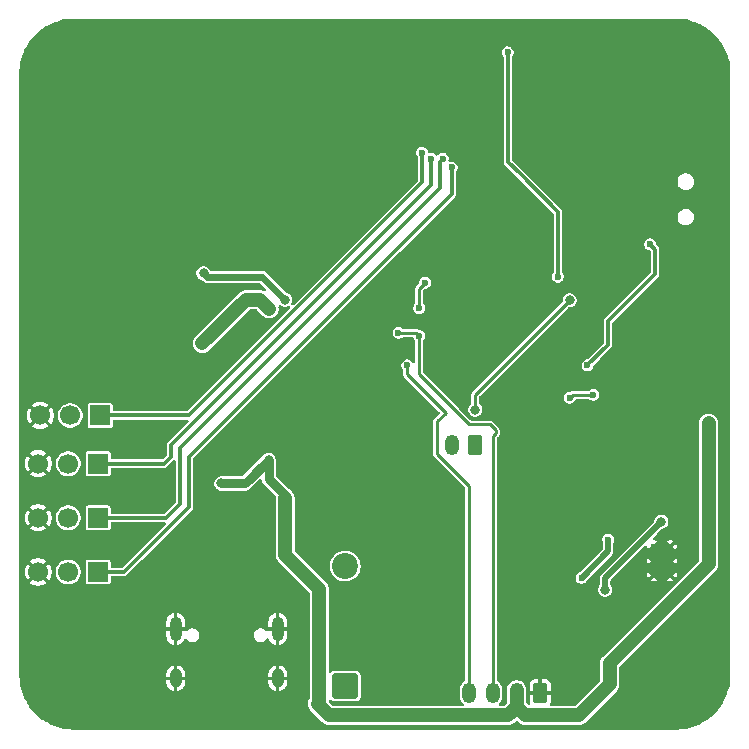
<source format=gbl>
G04 #@! TF.GenerationSoftware,KiCad,Pcbnew,9.0.4-9.0.4-0~ubuntu22.04.1*
G04 #@! TF.CreationDate,2025-12-08T20:55:33+05:30*
G04 #@! TF.ProjectId,ESP32_FC,45535033-325f-4464-932e-6b696361645f,rev?*
G04 #@! TF.SameCoordinates,Original*
G04 #@! TF.FileFunction,Copper,L2,Bot*
G04 #@! TF.FilePolarity,Positive*
%FSLAX46Y46*%
G04 Gerber Fmt 4.6, Leading zero omitted, Abs format (unit mm)*
G04 Created by KiCad (PCBNEW 9.0.4-9.0.4-0~ubuntu22.04.1) date 2025-12-08 20:55:33*
%MOMM*%
%LPD*%
G01*
G04 APERTURE LIST*
G04 Aperture macros list*
%AMRoundRect*
0 Rectangle with rounded corners*
0 $1 Rounding radius*
0 $2 $3 $4 $5 $6 $7 $8 $9 X,Y pos of 4 corners*
0 Add a 4 corners polygon primitive as box body*
4,1,4,$2,$3,$4,$5,$6,$7,$8,$9,$2,$3,0*
0 Add four circle primitives for the rounded corners*
1,1,$1+$1,$2,$3*
1,1,$1+$1,$4,$5*
1,1,$1+$1,$6,$7*
1,1,$1+$1,$8,$9*
0 Add four rect primitives between the rounded corners*
20,1,$1+$1,$2,$3,$4,$5,0*
20,1,$1+$1,$4,$5,$6,$7,0*
20,1,$1+$1,$6,$7,$8,$9,0*
20,1,$1+$1,$8,$9,$2,$3,0*%
G04 Aperture macros list end*
G04 #@! TA.AperFunction,ComponentPad*
%ADD10R,1.700000X1.700000*%
G04 #@! TD*
G04 #@! TA.AperFunction,ComponentPad*
%ADD11C,1.700000*%
G04 #@! TD*
G04 #@! TA.AperFunction,ComponentPad*
%ADD12C,0.800000*%
G04 #@! TD*
G04 #@! TA.AperFunction,ComponentPad*
%ADD13C,6.400000*%
G04 #@! TD*
G04 #@! TA.AperFunction,ComponentPad*
%ADD14RoundRect,0.250000X0.350000X0.625000X-0.350000X0.625000X-0.350000X-0.625000X0.350000X-0.625000X0*%
G04 #@! TD*
G04 #@! TA.AperFunction,ComponentPad*
%ADD15O,1.200000X1.750000*%
G04 #@! TD*
G04 #@! TA.AperFunction,HeatsinkPad*
%ADD16O,1.000000X2.100000*%
G04 #@! TD*
G04 #@! TA.AperFunction,HeatsinkPad*
%ADD17O,1.000000X1.600000*%
G04 #@! TD*
G04 #@! TA.AperFunction,ComponentPad*
%ADD18RoundRect,0.249999X0.850001X-0.850001X0.850001X0.850001X-0.850001X0.850001X-0.850001X-0.850001X0*%
G04 #@! TD*
G04 #@! TA.AperFunction,ComponentPad*
%ADD19C,2.200000*%
G04 #@! TD*
G04 #@! TA.AperFunction,HeatsinkPad*
%ADD20C,0.500000*%
G04 #@! TD*
G04 #@! TA.AperFunction,HeatsinkPad*
%ADD21R,1.900000X2.900000*%
G04 #@! TD*
G04 #@! TA.AperFunction,HeatsinkPad*
%ADD22C,0.600000*%
G04 #@! TD*
G04 #@! TA.AperFunction,ViaPad*
%ADD23C,0.600000*%
G04 #@! TD*
G04 #@! TA.AperFunction,ViaPad*
%ADD24C,0.800000*%
G04 #@! TD*
G04 #@! TA.AperFunction,Conductor*
%ADD25C,0.500000*%
G04 #@! TD*
G04 #@! TA.AperFunction,Conductor*
%ADD26C,0.250000*%
G04 #@! TD*
G04 #@! TA.AperFunction,Conductor*
%ADD27C,0.600000*%
G04 #@! TD*
G04 #@! TA.AperFunction,Conductor*
%ADD28C,1.200000*%
G04 #@! TD*
G04 #@! TA.AperFunction,Conductor*
%ADD29C,0.800000*%
G04 #@! TD*
G04 #@! TA.AperFunction,Conductor*
%ADD30C,0.300000*%
G04 #@! TD*
G04 APERTURE END LIST*
D10*
X117080000Y-112250000D03*
D11*
X114540000Y-112250000D03*
X112000000Y-112250000D03*
D10*
X117080000Y-103070000D03*
D11*
X114540000Y-103070000D03*
X112000000Y-103070000D03*
D12*
X111902944Y-69697056D03*
X112605888Y-68000000D03*
X112605888Y-71394112D03*
X114302944Y-67297056D03*
D13*
X114302944Y-69697056D03*
D12*
X114302944Y-72097056D03*
X116000000Y-68000000D03*
X116000000Y-71394112D03*
X116702944Y-69697056D03*
D14*
X154500000Y-122500000D03*
D15*
X152500000Y-122500000D03*
X150500000Y-122500000D03*
X148500000Y-122500000D03*
D16*
X123630000Y-117070000D03*
D17*
X123630000Y-121250000D03*
D16*
X132270000Y-117070000D03*
D17*
X132270000Y-121250000D03*
D14*
X149000000Y-101500000D03*
D15*
X147000000Y-101500000D03*
D12*
X112200000Y-121000000D03*
X112902944Y-119302944D03*
X112902944Y-122697056D03*
X114600000Y-118600000D03*
D13*
X114600000Y-121000000D03*
D12*
X114600000Y-123400000D03*
X116297056Y-119302944D03*
X116297056Y-122697056D03*
X117000000Y-121000000D03*
X163200000Y-121000000D03*
X163902944Y-119302944D03*
X163902944Y-122697056D03*
X165600000Y-118600000D03*
D13*
X165600000Y-121000000D03*
D12*
X165600000Y-123400000D03*
X167297056Y-119302944D03*
X167297056Y-122697056D03*
X168000000Y-121000000D03*
X163297056Y-69302944D03*
X164000000Y-67605888D03*
X164000000Y-71000000D03*
X165697056Y-66902944D03*
D13*
X165697056Y-69302944D03*
D12*
X165697056Y-71702944D03*
X167394112Y-67605888D03*
X167394112Y-71000000D03*
X168097056Y-69302944D03*
D18*
X138000000Y-121910000D03*
D19*
X138000000Y-111750000D03*
D10*
X117080000Y-107660000D03*
D11*
X114540000Y-107660000D03*
X112000000Y-107660000D03*
D20*
X165500000Y-112500000D03*
X165500000Y-111300000D03*
X165500000Y-110100000D03*
D21*
X164800000Y-111300000D03*
D20*
X164100000Y-112500000D03*
X164100000Y-111300000D03*
X164100000Y-110100000D03*
D10*
X117250000Y-99000000D03*
D11*
X114710000Y-99000000D03*
X112170000Y-99000000D03*
D22*
X137350000Y-73590000D03*
X137350000Y-74990000D03*
X138050000Y-72890000D03*
X138050000Y-74290000D03*
X138050000Y-75690000D03*
X138750000Y-73590000D03*
X138750000Y-74990000D03*
X139450000Y-72890000D03*
X139450000Y-74290000D03*
X139450000Y-75690000D03*
X140150000Y-73590000D03*
X140150000Y-74990000D03*
D23*
X160250000Y-109500000D03*
X158000000Y-112750000D03*
D24*
X149000000Y-98500000D03*
X157000000Y-89250000D03*
X126000000Y-86950000D03*
X132900000Y-89200000D03*
D23*
X137000000Y-95750000D03*
D24*
X164750000Y-108000000D03*
X160000000Y-113750000D03*
X168750000Y-99650000D03*
X125900000Y-92900000D03*
X125900000Y-92900000D03*
X131550000Y-89950000D03*
X127500000Y-104750000D03*
X131500000Y-102750000D03*
D23*
X151750000Y-68250000D03*
X156000000Y-87250000D03*
X163800000Y-84500000D03*
X158500000Y-94750000D03*
X157000000Y-97500000D03*
X159000000Y-97250000D03*
X147000000Y-78000000D03*
X145250000Y-77250000D03*
X146250000Y-77250000D03*
X144500000Y-76750000D03*
X143250000Y-94750000D03*
X144250000Y-89900000D03*
X144750000Y-87750000D03*
X142500000Y-92000000D03*
X144250000Y-92250000D03*
D25*
X160250000Y-109500000D02*
X160250000Y-110500000D01*
X160250000Y-110500000D02*
X158000000Y-112750000D01*
D26*
X157000000Y-89250000D02*
X149000000Y-97250000D01*
X149000000Y-97250000D02*
X149000000Y-98500000D01*
D27*
X126300000Y-87250000D02*
X130950000Y-87250000D01*
X130950000Y-87250000D02*
X132900000Y-89200000D01*
X126000000Y-86950000D02*
X126300000Y-87250000D01*
D25*
X114302944Y-69697056D02*
X114302944Y-71802944D01*
X160000000Y-112750000D02*
X164750000Y-108000000D01*
X160000000Y-113750000D02*
X160000000Y-112750000D01*
D28*
X136649000Y-124399000D02*
X135650000Y-123400000D01*
X129600000Y-89200000D02*
X125900000Y-92900000D01*
X135650000Y-123400000D02*
X135801000Y-123249000D01*
D29*
X131500000Y-102750000D02*
X131500000Y-104350000D01*
X132900000Y-105750000D02*
X132900000Y-105950000D01*
X129900000Y-104350000D02*
X130550000Y-103700000D01*
D28*
X157750000Y-124400000D02*
X153250000Y-124400000D01*
X160375000Y-119975000D02*
X160375000Y-121775000D01*
D29*
X127500000Y-104750000D02*
X129500000Y-104750000D01*
D28*
X153250000Y-124400000D02*
X152500000Y-123650000D01*
X168750000Y-111600000D02*
X160375000Y-119975000D01*
X151751000Y-124399000D02*
X136649000Y-124399000D01*
D29*
X130550000Y-103700000D02*
X131500000Y-102750000D01*
D28*
X168750000Y-99650000D02*
X168750000Y-111600000D01*
X132900000Y-110800000D02*
X132900000Y-105950000D01*
X160375000Y-121775000D02*
X157750000Y-124400000D01*
X135801000Y-113701000D02*
X132900000Y-110800000D01*
X152500000Y-123650000D02*
X151751000Y-124399000D01*
D29*
X129500000Y-104750000D02*
X129900000Y-104350000D01*
D28*
X135801000Y-123249000D02*
X135801000Y-113701000D01*
D29*
X131500000Y-104350000D02*
X132900000Y-105750000D01*
X131500000Y-102750000D02*
X129900000Y-104350000D01*
D28*
X130800000Y-89200000D02*
X129600000Y-89200000D01*
X152500000Y-123650000D02*
X152500000Y-122500000D01*
X131550000Y-89950000D02*
X130800000Y-89200000D01*
D30*
X156000000Y-81750000D02*
X152750000Y-78500000D01*
X152750000Y-78500000D02*
X151750000Y-77500000D01*
X156000000Y-87250000D02*
X156000000Y-81750000D01*
X151750000Y-77500000D02*
X151750000Y-68250000D01*
X164250000Y-87000000D02*
X160250000Y-91000000D01*
X160250000Y-93000000D02*
X158500000Y-94750000D01*
X163800000Y-84500000D02*
X164250000Y-84950000D01*
X164250000Y-84950000D02*
X164250000Y-87000000D01*
X160250000Y-91000000D02*
X160250000Y-93000000D01*
D26*
X157250000Y-97250000D02*
X159000000Y-97250000D01*
X157000000Y-97500000D02*
X157250000Y-97250000D01*
D30*
X119250000Y-112250000D02*
X120500000Y-111000000D01*
X124750000Y-102500000D02*
X147000000Y-80250000D01*
X117080000Y-112250000D02*
X119250000Y-112250000D01*
X147000000Y-80250000D02*
X147000000Y-78000000D01*
X120500000Y-111000000D02*
X124750000Y-106750000D01*
X124750000Y-106750000D02*
X124750000Y-102500000D01*
X123250000Y-101500000D02*
X145250000Y-79500000D01*
X145250000Y-79500000D02*
X145250000Y-77250000D01*
X117080000Y-103070000D02*
X122680000Y-103070000D01*
X123250000Y-102500000D02*
X123250000Y-101500000D01*
X122680000Y-103070000D02*
X123250000Y-102500000D01*
X146250000Y-77250000D02*
X146000000Y-77500000D01*
X122840000Y-107660000D02*
X117080000Y-107660000D01*
X124000000Y-106500000D02*
X122840000Y-107660000D01*
X124000000Y-101750000D02*
X124000000Y-106500000D01*
X146000000Y-79750000D02*
X124000000Y-101750000D01*
X146000000Y-77500000D02*
X146000000Y-79750000D01*
X144500000Y-79250000D02*
X124750000Y-99000000D01*
X124750000Y-99000000D02*
X117250000Y-99000000D01*
X144500000Y-76750000D02*
X144500000Y-79250000D01*
D26*
X144250000Y-88250000D02*
X144750000Y-87750000D01*
X148500000Y-122500000D02*
X148500000Y-105000000D01*
X144250000Y-89900000D02*
X144250000Y-88250000D01*
X145750000Y-99500000D02*
X146500000Y-98750000D01*
X145750000Y-102250000D02*
X145750000Y-99500000D01*
X148500000Y-105000000D02*
X145750000Y-102250000D01*
X143250000Y-95500000D02*
X143250000Y-94750000D01*
X146500000Y-98750000D02*
X143250000Y-95500000D01*
X142500000Y-92000000D02*
X144000000Y-92000000D01*
X144250000Y-92250000D02*
X144250000Y-95500000D01*
X148500000Y-99750000D02*
X150250000Y-99750000D01*
X144000000Y-92000000D02*
X144250000Y-92250000D01*
X150500000Y-100750000D02*
X150500000Y-122500000D01*
X150750000Y-100250000D02*
X150750000Y-100500000D01*
X150750000Y-100500000D02*
X150500000Y-100750000D01*
X144250000Y-95500000D02*
X148500000Y-99750000D01*
X150250000Y-99750000D02*
X150750000Y-100250000D01*
G04 #@! TA.AperFunction,Conductor*
G36*
X166002702Y-65400618D02*
G01*
X166016135Y-65401204D01*
X166395485Y-65417766D01*
X166406220Y-65418706D01*
X166793339Y-65469671D01*
X166803963Y-65471544D01*
X167185170Y-65556056D01*
X167195582Y-65558845D01*
X167567976Y-65676261D01*
X167578111Y-65679950D01*
X167938840Y-65829369D01*
X167948631Y-65833935D01*
X168028364Y-65875441D01*
X168294942Y-66014213D01*
X168304310Y-66019621D01*
X168633596Y-66229399D01*
X168642458Y-66235604D01*
X168952208Y-66473284D01*
X168960494Y-66480238D01*
X169248345Y-66744005D01*
X169255994Y-66751654D01*
X169519761Y-67039505D01*
X169526715Y-67047791D01*
X169764395Y-67357541D01*
X169770600Y-67366403D01*
X169980378Y-67695689D01*
X169985786Y-67705057D01*
X170166061Y-68051361D01*
X170170633Y-68061165D01*
X170320043Y-68421873D01*
X170323742Y-68432036D01*
X170374064Y-68591637D01*
X170441148Y-68804398D01*
X170443948Y-68814848D01*
X170528452Y-69196024D01*
X170530330Y-69206676D01*
X170581291Y-69593756D01*
X170582234Y-69604533D01*
X170599382Y-69997297D01*
X170599500Y-70002706D01*
X170599500Y-120997293D01*
X170599382Y-121002702D01*
X170582234Y-121395466D01*
X170581291Y-121406243D01*
X170530330Y-121793323D01*
X170528452Y-121803975D01*
X170443948Y-122185151D01*
X170441148Y-122195601D01*
X170323743Y-122567961D01*
X170320043Y-122578126D01*
X170170633Y-122938834D01*
X170166061Y-122948638D01*
X169985786Y-123294942D01*
X169980378Y-123304310D01*
X169770600Y-123633596D01*
X169764395Y-123642458D01*
X169526715Y-123952208D01*
X169519761Y-123960494D01*
X169255994Y-124248345D01*
X169248345Y-124255994D01*
X168960494Y-124519761D01*
X168952208Y-124526715D01*
X168642458Y-124764395D01*
X168633596Y-124770600D01*
X168304310Y-124980378D01*
X168294942Y-124985786D01*
X167948638Y-125166061D01*
X167938834Y-125170633D01*
X167578126Y-125320043D01*
X167567961Y-125323743D01*
X167195601Y-125441148D01*
X167185151Y-125443948D01*
X166803975Y-125528452D01*
X166793323Y-125530330D01*
X166406243Y-125581291D01*
X166395466Y-125582234D01*
X166002703Y-125599382D01*
X165997294Y-125599500D01*
X115002706Y-125599500D01*
X114997297Y-125599382D01*
X114604533Y-125582234D01*
X114593758Y-125581291D01*
X114400216Y-125555810D01*
X114206676Y-125530330D01*
X114196024Y-125528452D01*
X113948243Y-125473520D01*
X113814845Y-125443947D01*
X113804402Y-125441149D01*
X113432036Y-125323742D01*
X113421873Y-125320043D01*
X113061165Y-125170633D01*
X113051361Y-125166061D01*
X112705057Y-124985786D01*
X112695689Y-124980378D01*
X112366403Y-124770600D01*
X112357541Y-124764395D01*
X112047791Y-124526715D01*
X112039505Y-124519761D01*
X111751654Y-124255994D01*
X111744005Y-124248345D01*
X111480238Y-123960494D01*
X111473284Y-123952208D01*
X111340509Y-123779172D01*
X111235602Y-123642455D01*
X111229399Y-123633596D01*
X111229338Y-123633501D01*
X111019620Y-123304309D01*
X111014213Y-123294942D01*
X111009188Y-123285289D01*
X110833935Y-122948631D01*
X110829366Y-122938834D01*
X110826197Y-122931183D01*
X110679950Y-122578111D01*
X110676261Y-122567976D01*
X110558845Y-122195582D01*
X110556056Y-122185170D01*
X110471544Y-121803963D01*
X110469671Y-121793339D01*
X110418706Y-121406220D01*
X110417766Y-121395485D01*
X110400618Y-121002701D01*
X110400500Y-120997293D01*
X110400500Y-120871202D01*
X122830000Y-120871202D01*
X122830000Y-121100000D01*
X123330000Y-121100000D01*
X123330000Y-121400000D01*
X122830000Y-121400000D01*
X122830000Y-121628797D01*
X122860741Y-121783343D01*
X122860743Y-121783351D01*
X122921047Y-121928939D01*
X122921052Y-121928948D01*
X123008598Y-122059969D01*
X123008601Y-122059973D01*
X123120026Y-122171398D01*
X123120030Y-122171401D01*
X123251051Y-122258947D01*
X123251060Y-122258952D01*
X123396646Y-122319255D01*
X123396656Y-122319258D01*
X123479999Y-122335836D01*
X123480000Y-122335836D01*
X123480000Y-121809808D01*
X123514204Y-121829556D01*
X123590504Y-121850000D01*
X123669496Y-121850000D01*
X123745796Y-121829556D01*
X123780000Y-121809808D01*
X123780000Y-122335836D01*
X123863343Y-122319258D01*
X123863353Y-122319255D01*
X124008939Y-122258952D01*
X124008948Y-122258947D01*
X124139969Y-122171401D01*
X124139973Y-122171398D01*
X124251398Y-122059973D01*
X124251401Y-122059969D01*
X124338947Y-121928948D01*
X124338952Y-121928939D01*
X124399256Y-121783351D01*
X124399258Y-121783343D01*
X124429999Y-121628797D01*
X124430000Y-121628794D01*
X124430000Y-121400000D01*
X123930000Y-121400000D01*
X123930000Y-121100000D01*
X124430000Y-121100000D01*
X124430000Y-120871206D01*
X124429999Y-120871202D01*
X131470000Y-120871202D01*
X131470000Y-121100000D01*
X131970000Y-121100000D01*
X131970000Y-121400000D01*
X131470000Y-121400000D01*
X131470000Y-121628797D01*
X131500741Y-121783343D01*
X131500743Y-121783351D01*
X131561047Y-121928939D01*
X131561052Y-121928948D01*
X131648598Y-122059969D01*
X131648601Y-122059973D01*
X131760026Y-122171398D01*
X131760030Y-122171401D01*
X131891051Y-122258947D01*
X131891060Y-122258952D01*
X132036646Y-122319255D01*
X132036656Y-122319258D01*
X132119999Y-122335836D01*
X132120000Y-122335836D01*
X132120000Y-121809808D01*
X132154204Y-121829556D01*
X132230504Y-121850000D01*
X132309496Y-121850000D01*
X132385796Y-121829556D01*
X132420000Y-121809808D01*
X132420000Y-122335836D01*
X132503343Y-122319258D01*
X132503353Y-122319255D01*
X132648939Y-122258952D01*
X132648948Y-122258947D01*
X132779969Y-122171401D01*
X132779973Y-122171398D01*
X132891398Y-122059973D01*
X132891401Y-122059969D01*
X132978947Y-121928948D01*
X132978952Y-121928939D01*
X133039256Y-121783351D01*
X133039258Y-121783343D01*
X133069999Y-121628797D01*
X133070000Y-121628794D01*
X133070000Y-121400000D01*
X132570000Y-121400000D01*
X132570000Y-121100000D01*
X133070000Y-121100000D01*
X133070000Y-120871206D01*
X133069999Y-120871202D01*
X133039258Y-120716656D01*
X133039256Y-120716648D01*
X132978952Y-120571060D01*
X132978947Y-120571051D01*
X132891401Y-120440030D01*
X132891398Y-120440026D01*
X132779973Y-120328601D01*
X132779969Y-120328598D01*
X132648948Y-120241052D01*
X132648939Y-120241047D01*
X132503351Y-120180743D01*
X132503345Y-120180741D01*
X132420000Y-120164162D01*
X132420000Y-120690191D01*
X132385796Y-120670444D01*
X132309496Y-120650000D01*
X132230504Y-120650000D01*
X132154204Y-120670444D01*
X132120000Y-120690191D01*
X132120000Y-120164163D01*
X132119999Y-120164162D01*
X132036654Y-120180741D01*
X132036648Y-120180743D01*
X131891060Y-120241047D01*
X131891051Y-120241052D01*
X131760030Y-120328598D01*
X131760026Y-120328601D01*
X131648601Y-120440026D01*
X131648598Y-120440030D01*
X131561052Y-120571051D01*
X131561047Y-120571060D01*
X131500743Y-120716648D01*
X131500741Y-120716656D01*
X131470000Y-120871202D01*
X124429999Y-120871202D01*
X124399258Y-120716656D01*
X124399256Y-120716648D01*
X124338952Y-120571060D01*
X124338947Y-120571051D01*
X124251401Y-120440030D01*
X124251398Y-120440026D01*
X124139973Y-120328601D01*
X124139969Y-120328598D01*
X124008948Y-120241052D01*
X124008939Y-120241047D01*
X123863351Y-120180743D01*
X123863345Y-120180741D01*
X123780000Y-120164162D01*
X123780000Y-120690191D01*
X123745796Y-120670444D01*
X123669496Y-120650000D01*
X123590504Y-120650000D01*
X123514204Y-120670444D01*
X123480000Y-120690191D01*
X123480000Y-120164163D01*
X123479999Y-120164162D01*
X123396654Y-120180741D01*
X123396648Y-120180743D01*
X123251060Y-120241047D01*
X123251051Y-120241052D01*
X123120030Y-120328598D01*
X123120026Y-120328601D01*
X123008601Y-120440026D01*
X123008598Y-120440030D01*
X122921052Y-120571051D01*
X122921047Y-120571060D01*
X122860743Y-120716648D01*
X122860741Y-120716656D01*
X122830000Y-120871202D01*
X110400500Y-120871202D01*
X110400500Y-116441202D01*
X122830000Y-116441202D01*
X122830000Y-116920000D01*
X123330000Y-116920000D01*
X123330000Y-117220000D01*
X122830000Y-117220000D01*
X122830000Y-117698797D01*
X122860741Y-117853343D01*
X122860743Y-117853351D01*
X122921047Y-117998939D01*
X122921052Y-117998948D01*
X123008598Y-118129969D01*
X123008601Y-118129973D01*
X123120026Y-118241398D01*
X123120030Y-118241401D01*
X123251051Y-118328947D01*
X123251060Y-118328952D01*
X123396646Y-118389255D01*
X123396656Y-118389258D01*
X123479999Y-118405836D01*
X123480000Y-118405836D01*
X123480000Y-117879808D01*
X123514204Y-117899556D01*
X123590504Y-117920000D01*
X123669496Y-117920000D01*
X123745796Y-117899556D01*
X123780000Y-117879808D01*
X123780000Y-118405836D01*
X123863343Y-118389258D01*
X123863353Y-118389255D01*
X124008939Y-118328952D01*
X124008948Y-118328947D01*
X124139969Y-118241401D01*
X124139973Y-118241398D01*
X124251398Y-118129973D01*
X124251401Y-118129969D01*
X124338947Y-117998948D01*
X124338951Y-117998941D01*
X124362552Y-117941962D01*
X124406393Y-117887558D01*
X124472687Y-117865492D01*
X124540386Y-117882770D01*
X124584500Y-117927411D01*
X124599485Y-117953365D01*
X124706635Y-118060515D01*
X124837865Y-118136281D01*
X124984234Y-118175500D01*
X124984236Y-118175500D01*
X125135764Y-118175500D01*
X125135766Y-118175500D01*
X125282135Y-118136281D01*
X125413365Y-118060515D01*
X125520515Y-117953365D01*
X125596281Y-117822135D01*
X125635500Y-117675766D01*
X125635500Y-117524234D01*
X130264500Y-117524234D01*
X130264500Y-117675765D01*
X130303719Y-117822136D01*
X130336664Y-117879198D01*
X130379485Y-117953365D01*
X130486635Y-118060515D01*
X130617865Y-118136281D01*
X130764234Y-118175500D01*
X130764236Y-118175500D01*
X130915764Y-118175500D01*
X130915766Y-118175500D01*
X131062135Y-118136281D01*
X131193365Y-118060515D01*
X131300515Y-117953365D01*
X131315500Y-117927411D01*
X131366064Y-117879198D01*
X131434671Y-117865974D01*
X131499536Y-117891942D01*
X131537446Y-117941960D01*
X131561047Y-117998938D01*
X131561052Y-117998948D01*
X131648598Y-118129969D01*
X131648601Y-118129973D01*
X131760026Y-118241398D01*
X131760030Y-118241401D01*
X131891051Y-118328947D01*
X131891060Y-118328952D01*
X132036646Y-118389255D01*
X132036656Y-118389258D01*
X132119999Y-118405836D01*
X132120000Y-118405836D01*
X132120000Y-117879808D01*
X132154204Y-117899556D01*
X132230504Y-117920000D01*
X132309496Y-117920000D01*
X132385796Y-117899556D01*
X132420000Y-117879808D01*
X132420000Y-118405836D01*
X132503343Y-118389258D01*
X132503353Y-118389255D01*
X132648939Y-118328952D01*
X132648948Y-118328947D01*
X132779969Y-118241401D01*
X132779973Y-118241398D01*
X132891398Y-118129973D01*
X132891401Y-118129969D01*
X132978947Y-117998948D01*
X132978952Y-117998939D01*
X133039256Y-117853351D01*
X133039258Y-117853343D01*
X133069999Y-117698797D01*
X133070000Y-117698794D01*
X133070000Y-117220000D01*
X132570000Y-117220000D01*
X132570000Y-116920000D01*
X133070000Y-116920000D01*
X133070000Y-116441206D01*
X133069999Y-116441202D01*
X133039258Y-116286656D01*
X133039256Y-116286648D01*
X132978952Y-116141060D01*
X132978947Y-116141051D01*
X132891401Y-116010030D01*
X132891398Y-116010026D01*
X132779973Y-115898601D01*
X132779969Y-115898598D01*
X132648948Y-115811052D01*
X132648939Y-115811047D01*
X132503351Y-115750743D01*
X132503345Y-115750741D01*
X132420000Y-115734162D01*
X132420000Y-116260191D01*
X132385796Y-116240444D01*
X132309496Y-116220000D01*
X132230504Y-116220000D01*
X132154204Y-116240444D01*
X132120000Y-116260191D01*
X132120000Y-115734163D01*
X132119999Y-115734162D01*
X132036654Y-115750741D01*
X132036648Y-115750743D01*
X131891060Y-115811047D01*
X131891051Y-115811052D01*
X131760030Y-115898598D01*
X131760026Y-115898601D01*
X131648601Y-116010026D01*
X131648598Y-116010030D01*
X131561052Y-116141051D01*
X131561047Y-116141060D01*
X131500743Y-116286648D01*
X131500741Y-116286656D01*
X131470000Y-116441202D01*
X131470000Y-116920000D01*
X131970000Y-116920000D01*
X131970000Y-117220000D01*
X131470000Y-117220000D01*
X131459621Y-117230379D01*
X131398298Y-117263864D01*
X131328606Y-117258880D01*
X131284259Y-117230379D01*
X131193367Y-117139487D01*
X131193365Y-117139485D01*
X131127750Y-117101602D01*
X131062136Y-117063719D01*
X130988950Y-117044109D01*
X130915766Y-117024500D01*
X130764234Y-117024500D01*
X130617863Y-117063719D01*
X130486635Y-117139485D01*
X130486632Y-117139487D01*
X130379487Y-117246632D01*
X130379485Y-117246635D01*
X130303719Y-117377863D01*
X130264500Y-117524234D01*
X125635500Y-117524234D01*
X125596281Y-117377865D01*
X125520515Y-117246635D01*
X125413365Y-117139485D01*
X125347750Y-117101602D01*
X125282136Y-117063719D01*
X125208950Y-117044109D01*
X125135766Y-117024500D01*
X124984234Y-117024500D01*
X124837863Y-117063719D01*
X124706635Y-117139485D01*
X124706632Y-117139487D01*
X124615741Y-117230379D01*
X124554418Y-117263864D01*
X124484726Y-117258880D01*
X124440379Y-117230379D01*
X124430000Y-117220000D01*
X123930000Y-117220000D01*
X123930000Y-116920000D01*
X124430000Y-116920000D01*
X124430000Y-116441206D01*
X124429999Y-116441202D01*
X124399258Y-116286656D01*
X124399256Y-116286648D01*
X124338952Y-116141060D01*
X124338947Y-116141051D01*
X124251401Y-116010030D01*
X124251398Y-116010026D01*
X124139973Y-115898601D01*
X124139969Y-115898598D01*
X124008948Y-115811052D01*
X124008939Y-115811047D01*
X123863351Y-115750743D01*
X123863345Y-115750741D01*
X123780000Y-115734162D01*
X123780000Y-116260191D01*
X123745796Y-116240444D01*
X123669496Y-116220000D01*
X123590504Y-116220000D01*
X123514204Y-116240444D01*
X123480000Y-116260191D01*
X123480000Y-115734163D01*
X123479999Y-115734162D01*
X123396654Y-115750741D01*
X123396648Y-115750743D01*
X123251060Y-115811047D01*
X123251051Y-115811052D01*
X123120030Y-115898598D01*
X123120026Y-115898601D01*
X123008601Y-116010026D01*
X123008598Y-116010030D01*
X122921052Y-116141051D01*
X122921047Y-116141060D01*
X122860743Y-116286648D01*
X122860741Y-116286656D01*
X122830000Y-116441202D01*
X110400500Y-116441202D01*
X110400500Y-112159493D01*
X110850000Y-112159493D01*
X110850000Y-112340506D01*
X110878317Y-112519293D01*
X110934251Y-112691444D01*
X110934252Y-112691447D01*
X111016432Y-112852731D01*
X111087424Y-112950442D01*
X111087425Y-112950443D01*
X111556329Y-112481538D01*
X111599901Y-112557007D01*
X111692993Y-112650099D01*
X111768460Y-112693670D01*
X111299555Y-113162574D01*
X111397268Y-113233567D01*
X111558552Y-113315747D01*
X111558555Y-113315748D01*
X111730706Y-113371682D01*
X111909494Y-113400000D01*
X112090506Y-113400000D01*
X112269293Y-113371682D01*
X112441444Y-113315748D01*
X112441447Y-113315747D01*
X112602730Y-113233568D01*
X112700442Y-113162574D01*
X112700443Y-113162574D01*
X112231539Y-112693670D01*
X112307007Y-112650099D01*
X112400099Y-112557007D01*
X112443670Y-112481538D01*
X112912574Y-112950443D01*
X112912574Y-112950442D01*
X112983568Y-112852730D01*
X113065747Y-112691447D01*
X113065748Y-112691444D01*
X113121682Y-112519293D01*
X113150000Y-112340506D01*
X113150000Y-112159493D01*
X113147947Y-112146530D01*
X113489500Y-112146530D01*
X113489500Y-112353469D01*
X113529868Y-112556412D01*
X113529870Y-112556420D01*
X113595939Y-112715925D01*
X113609059Y-112747598D01*
X113654691Y-112815891D01*
X113724024Y-112919657D01*
X113870342Y-113065975D01*
X113870345Y-113065977D01*
X114042402Y-113180941D01*
X114233580Y-113260130D01*
X114378052Y-113288867D01*
X114436530Y-113300499D01*
X114436534Y-113300500D01*
X114436535Y-113300500D01*
X114643466Y-113300500D01*
X114643467Y-113300499D01*
X114846420Y-113260130D01*
X115037598Y-113180941D01*
X115209655Y-113065977D01*
X115355977Y-112919655D01*
X115470941Y-112747598D01*
X115550130Y-112556420D01*
X115590500Y-112353465D01*
X115590500Y-112146535D01*
X115550130Y-111943580D01*
X115470941Y-111752402D01*
X115355977Y-111580345D01*
X115355975Y-111580342D01*
X115209657Y-111434024D01*
X115041655Y-111321770D01*
X115037598Y-111319059D01*
X115016425Y-111310289D01*
X114846420Y-111239870D01*
X114846412Y-111239868D01*
X114643469Y-111199500D01*
X114643465Y-111199500D01*
X114436535Y-111199500D01*
X114436530Y-111199500D01*
X114233587Y-111239868D01*
X114233579Y-111239870D01*
X114042403Y-111319058D01*
X113870342Y-111434024D01*
X113724024Y-111580342D01*
X113609058Y-111752403D01*
X113529870Y-111943579D01*
X113529868Y-111943587D01*
X113489500Y-112146530D01*
X113147947Y-112146530D01*
X113121682Y-111980706D01*
X113065748Y-111808555D01*
X113065747Y-111808552D01*
X112983567Y-111647268D01*
X112912574Y-111549556D01*
X112912574Y-111549555D01*
X112443670Y-112018460D01*
X112400099Y-111942993D01*
X112307007Y-111849901D01*
X112231539Y-111806329D01*
X112700443Y-111337425D01*
X112700442Y-111337424D01*
X112602731Y-111266432D01*
X112441447Y-111184252D01*
X112441444Y-111184251D01*
X112269293Y-111128317D01*
X112090506Y-111100000D01*
X111909494Y-111100000D01*
X111730706Y-111128317D01*
X111558555Y-111184251D01*
X111558552Y-111184252D01*
X111397265Y-111266434D01*
X111299556Y-111337423D01*
X111299556Y-111337425D01*
X111768461Y-111806329D01*
X111692993Y-111849901D01*
X111599901Y-111942993D01*
X111556329Y-112018460D01*
X111087425Y-111549556D01*
X111087423Y-111549556D01*
X111016434Y-111647265D01*
X110934252Y-111808552D01*
X110934251Y-111808555D01*
X110878317Y-111980706D01*
X110850000Y-112159493D01*
X110400500Y-112159493D01*
X110400500Y-107569493D01*
X110850000Y-107569493D01*
X110850000Y-107750506D01*
X110878317Y-107929293D01*
X110934251Y-108101444D01*
X110934252Y-108101447D01*
X111016432Y-108262731D01*
X111087424Y-108360442D01*
X111087425Y-108360443D01*
X111556329Y-107891538D01*
X111599901Y-107967007D01*
X111692993Y-108060099D01*
X111768460Y-108103670D01*
X111299555Y-108572574D01*
X111397268Y-108643567D01*
X111558552Y-108725747D01*
X111558555Y-108725748D01*
X111730706Y-108781682D01*
X111909494Y-108810000D01*
X112090506Y-108810000D01*
X112269293Y-108781682D01*
X112441444Y-108725748D01*
X112441447Y-108725747D01*
X112602730Y-108643568D01*
X112700442Y-108572574D01*
X112700443Y-108572574D01*
X112231539Y-108103670D01*
X112307007Y-108060099D01*
X112400099Y-107967007D01*
X112443670Y-107891538D01*
X112912574Y-108360443D01*
X112912574Y-108360442D01*
X112983568Y-108262730D01*
X113065747Y-108101447D01*
X113065748Y-108101444D01*
X113121682Y-107929293D01*
X113150000Y-107750506D01*
X113150000Y-107569493D01*
X113147947Y-107556530D01*
X113489500Y-107556530D01*
X113489500Y-107763469D01*
X113529868Y-107966412D01*
X113529870Y-107966420D01*
X113595939Y-108125925D01*
X113609059Y-108157598D01*
X113658628Y-108231784D01*
X113724024Y-108329657D01*
X113870342Y-108475975D01*
X113870345Y-108475977D01*
X114042402Y-108590941D01*
X114233580Y-108670130D01*
X114378052Y-108698867D01*
X114436530Y-108710499D01*
X114436534Y-108710500D01*
X114436535Y-108710500D01*
X114643466Y-108710500D01*
X114643467Y-108710499D01*
X114846420Y-108670130D01*
X115037598Y-108590941D01*
X115209655Y-108475977D01*
X115355977Y-108329655D01*
X115470941Y-108157598D01*
X115550130Y-107966420D01*
X115590500Y-107763465D01*
X115590500Y-107556535D01*
X115550130Y-107353580D01*
X115470941Y-107162402D01*
X115355977Y-106990345D01*
X115355975Y-106990342D01*
X115209657Y-106844024D01*
X115041655Y-106731770D01*
X115037598Y-106729059D01*
X114846420Y-106649870D01*
X114846412Y-106649868D01*
X114643469Y-106609500D01*
X114643465Y-106609500D01*
X114436535Y-106609500D01*
X114436530Y-106609500D01*
X114233587Y-106649868D01*
X114233579Y-106649870D01*
X114042403Y-106729058D01*
X113870342Y-106844024D01*
X113724024Y-106990342D01*
X113609058Y-107162403D01*
X113529870Y-107353579D01*
X113529868Y-107353587D01*
X113489500Y-107556530D01*
X113147947Y-107556530D01*
X113121682Y-107390706D01*
X113065748Y-107218555D01*
X113065747Y-107218552D01*
X112983567Y-107057268D01*
X112912574Y-106959556D01*
X112912574Y-106959555D01*
X112443670Y-107428460D01*
X112400099Y-107352993D01*
X112307007Y-107259901D01*
X112231539Y-107216329D01*
X112700443Y-106747425D01*
X112700442Y-106747424D01*
X112602731Y-106676432D01*
X112441447Y-106594252D01*
X112441444Y-106594251D01*
X112269293Y-106538317D01*
X112090506Y-106510000D01*
X111909494Y-106510000D01*
X111730706Y-106538317D01*
X111558555Y-106594251D01*
X111558552Y-106594252D01*
X111397265Y-106676434D01*
X111299556Y-106747423D01*
X111299556Y-106747425D01*
X111768461Y-107216329D01*
X111692993Y-107259901D01*
X111599901Y-107352993D01*
X111556329Y-107428460D01*
X111087425Y-106959556D01*
X111087423Y-106959556D01*
X111016434Y-107057265D01*
X110934252Y-107218552D01*
X110934251Y-107218555D01*
X110878317Y-107390706D01*
X110850000Y-107569493D01*
X110400500Y-107569493D01*
X110400500Y-102979493D01*
X110850000Y-102979493D01*
X110850000Y-103160506D01*
X110878317Y-103339293D01*
X110934251Y-103511444D01*
X110934252Y-103511447D01*
X111016432Y-103672731D01*
X111087424Y-103770442D01*
X111087425Y-103770443D01*
X111556329Y-103301538D01*
X111599901Y-103377007D01*
X111692993Y-103470099D01*
X111768460Y-103513670D01*
X111299555Y-103982574D01*
X111397268Y-104053567D01*
X111558552Y-104135747D01*
X111558555Y-104135748D01*
X111730706Y-104191682D01*
X111909494Y-104220000D01*
X112090506Y-104220000D01*
X112269293Y-104191682D01*
X112441444Y-104135748D01*
X112441447Y-104135747D01*
X112602730Y-104053568D01*
X112700442Y-103982574D01*
X112700443Y-103982574D01*
X112231539Y-103513670D01*
X112307007Y-103470099D01*
X112400099Y-103377007D01*
X112443670Y-103301538D01*
X112912574Y-103770443D01*
X112912574Y-103770442D01*
X112983568Y-103672730D01*
X113065747Y-103511447D01*
X113065748Y-103511444D01*
X113121682Y-103339293D01*
X113150000Y-103160506D01*
X113150000Y-102979493D01*
X113147947Y-102966530D01*
X113489500Y-102966530D01*
X113489500Y-103173469D01*
X113529868Y-103376412D01*
X113529870Y-103376420D01*
X113609058Y-103567596D01*
X113724024Y-103739657D01*
X113870342Y-103885975D01*
X113870345Y-103885977D01*
X114042402Y-104000941D01*
X114233580Y-104080130D01*
X114339834Y-104101265D01*
X114436530Y-104120499D01*
X114436534Y-104120500D01*
X114436535Y-104120500D01*
X114643466Y-104120500D01*
X114643467Y-104120499D01*
X114846420Y-104080130D01*
X115037598Y-104000941D01*
X115209655Y-103885977D01*
X115355977Y-103739655D01*
X115470941Y-103567598D01*
X115550130Y-103376420D01*
X115590500Y-103173465D01*
X115590500Y-102966535D01*
X115550130Y-102763580D01*
X115470941Y-102572402D01*
X115355977Y-102400345D01*
X115355975Y-102400342D01*
X115209657Y-102254024D01*
X115129173Y-102200247D01*
X116029500Y-102200247D01*
X116029500Y-103939752D01*
X116041131Y-103998229D01*
X116041132Y-103998230D01*
X116085447Y-104064552D01*
X116151769Y-104108867D01*
X116151770Y-104108868D01*
X116210247Y-104120499D01*
X116210250Y-104120500D01*
X116210252Y-104120500D01*
X117949750Y-104120500D01*
X117949751Y-104120499D01*
X117964568Y-104117552D01*
X118008229Y-104108868D01*
X118008229Y-104108867D01*
X118008231Y-104108867D01*
X118074552Y-104064552D01*
X118118867Y-103998231D01*
X118118867Y-103998229D01*
X118118868Y-103998229D01*
X118130499Y-103939752D01*
X118130500Y-103939750D01*
X118130500Y-103544500D01*
X118150185Y-103477461D01*
X118202989Y-103431706D01*
X118254500Y-103420500D01*
X122726142Y-103420500D01*
X122726144Y-103420500D01*
X122815288Y-103396614D01*
X122895212Y-103350470D01*
X123437819Y-102807863D01*
X123499142Y-102774378D01*
X123568834Y-102779362D01*
X123624767Y-102821234D01*
X123649184Y-102886698D01*
X123649500Y-102895544D01*
X123649500Y-106303456D01*
X123629815Y-106370495D01*
X123613181Y-106391137D01*
X122731137Y-107273181D01*
X122669814Y-107306666D01*
X122643456Y-107309500D01*
X118254500Y-107309500D01*
X118187461Y-107289815D01*
X118141706Y-107237011D01*
X118130500Y-107185500D01*
X118130500Y-106790249D01*
X118130499Y-106790247D01*
X118118868Y-106731770D01*
X118118867Y-106731769D01*
X118074552Y-106665447D01*
X118008230Y-106621132D01*
X118008229Y-106621131D01*
X117949752Y-106609500D01*
X117949748Y-106609500D01*
X116210252Y-106609500D01*
X116210247Y-106609500D01*
X116151770Y-106621131D01*
X116151769Y-106621132D01*
X116085447Y-106665447D01*
X116041132Y-106731769D01*
X116041131Y-106731770D01*
X116029500Y-106790247D01*
X116029500Y-108529752D01*
X116041131Y-108588229D01*
X116041132Y-108588230D01*
X116085447Y-108654552D01*
X116151769Y-108698867D01*
X116151770Y-108698868D01*
X116210247Y-108710499D01*
X116210250Y-108710500D01*
X116210252Y-108710500D01*
X117949750Y-108710500D01*
X117949751Y-108710499D01*
X117964568Y-108707552D01*
X118008229Y-108698868D01*
X118008229Y-108698867D01*
X118008231Y-108698867D01*
X118074552Y-108654552D01*
X118118867Y-108588231D01*
X118118867Y-108588229D01*
X118118868Y-108588229D01*
X118130499Y-108529752D01*
X118130500Y-108529750D01*
X118130500Y-108134500D01*
X118150185Y-108067461D01*
X118202989Y-108021706D01*
X118254500Y-108010500D01*
X122694456Y-108010500D01*
X122761495Y-108030185D01*
X122807250Y-108082989D01*
X122817194Y-108152147D01*
X122788169Y-108215703D01*
X122782137Y-108222181D01*
X119141137Y-111863181D01*
X119079814Y-111896666D01*
X119053456Y-111899500D01*
X118254500Y-111899500D01*
X118187461Y-111879815D01*
X118141706Y-111827011D01*
X118130500Y-111775500D01*
X118130500Y-111380249D01*
X118130499Y-111380247D01*
X118118868Y-111321770D01*
X118118867Y-111321769D01*
X118074552Y-111255447D01*
X118008230Y-111211132D01*
X118008229Y-111211131D01*
X117949752Y-111199500D01*
X117949748Y-111199500D01*
X116210252Y-111199500D01*
X116210247Y-111199500D01*
X116151770Y-111211131D01*
X116151769Y-111211132D01*
X116085447Y-111255447D01*
X116041132Y-111321769D01*
X116041131Y-111321770D01*
X116029500Y-111380247D01*
X116029500Y-113119752D01*
X116041131Y-113178229D01*
X116041132Y-113178230D01*
X116085447Y-113244552D01*
X116151769Y-113288867D01*
X116151770Y-113288868D01*
X116210247Y-113300499D01*
X116210250Y-113300500D01*
X116210252Y-113300500D01*
X117949750Y-113300500D01*
X117949751Y-113300499D01*
X117964568Y-113297552D01*
X118008229Y-113288868D01*
X118008229Y-113288867D01*
X118008231Y-113288867D01*
X118074552Y-113244552D01*
X118118867Y-113178231D01*
X118118867Y-113178229D01*
X118118868Y-113178229D01*
X118130499Y-113119752D01*
X118130500Y-113119750D01*
X118130500Y-112724500D01*
X118150185Y-112657461D01*
X118202989Y-112611706D01*
X118254500Y-112600500D01*
X119296142Y-112600500D01*
X119296144Y-112600500D01*
X119385288Y-112576614D01*
X119386156Y-112576113D01*
X119465212Y-112530470D01*
X120780470Y-111215212D01*
X125030470Y-106965212D01*
X125076614Y-106885288D01*
X125087671Y-106844024D01*
X125087672Y-106844022D01*
X125094085Y-106820083D01*
X125100500Y-106796144D01*
X125100500Y-104670943D01*
X126899500Y-104670943D01*
X126899500Y-104829057D01*
X126911640Y-104874362D01*
X126940423Y-104981783D01*
X126940426Y-104981790D01*
X127019475Y-105118709D01*
X127019478Y-105118713D01*
X127019480Y-105118716D01*
X127131284Y-105230520D01*
X127131286Y-105230521D01*
X127131290Y-105230524D01*
X127268209Y-105309573D01*
X127268216Y-105309577D01*
X127420943Y-105350500D01*
X129413331Y-105350500D01*
X129413347Y-105350501D01*
X129420943Y-105350501D01*
X129579054Y-105350501D01*
X129579057Y-105350501D01*
X129731785Y-105309577D01*
X129781904Y-105280639D01*
X129868716Y-105230520D01*
X129980520Y-105118716D01*
X129980521Y-105118713D01*
X130380519Y-104718716D01*
X130380518Y-104718716D01*
X130439087Y-104660147D01*
X130699172Y-104400062D01*
X130699596Y-104399830D01*
X130699834Y-104399403D01*
X130730272Y-104383080D01*
X130760492Y-104366579D01*
X130760978Y-104366613D01*
X130761409Y-104366383D01*
X130795794Y-104369103D01*
X130830184Y-104371563D01*
X130830574Y-104371855D01*
X130831061Y-104371894D01*
X130858531Y-104392783D01*
X130886117Y-104413435D01*
X130886417Y-104413990D01*
X130886676Y-104414187D01*
X130887894Y-104416719D01*
X130903356Y-104445291D01*
X130905218Y-104450402D01*
X130940423Y-104581785D01*
X130969360Y-104631904D01*
X130974772Y-104641278D01*
X131019479Y-104718714D01*
X131019481Y-104718717D01*
X131138349Y-104837585D01*
X131138355Y-104837590D01*
X132064649Y-105763884D01*
X132098134Y-105825207D01*
X132098490Y-105864937D01*
X132100097Y-105865096D01*
X132099500Y-105871158D01*
X132099500Y-110878846D01*
X132130261Y-111033489D01*
X132130264Y-111033501D01*
X132190602Y-111179172D01*
X132190609Y-111179185D01*
X132278210Y-111310288D01*
X132278213Y-111310292D01*
X134964181Y-113996259D01*
X134997666Y-114057582D01*
X135000500Y-114083940D01*
X135000500Y-122893568D01*
X134980815Y-122960607D01*
X134979602Y-122962458D01*
X134940606Y-123020819D01*
X134940604Y-123020822D01*
X134880264Y-123166498D01*
X134880261Y-123166510D01*
X134849500Y-123321153D01*
X134849500Y-123478846D01*
X134880261Y-123633489D01*
X134880264Y-123633501D01*
X134940602Y-123779172D01*
X134940609Y-123779185D01*
X135028210Y-123910288D01*
X135028213Y-123910292D01*
X136027211Y-124909289D01*
X136098300Y-124980378D01*
X136138712Y-125020790D01*
X136140209Y-125021790D01*
X136269821Y-125108394D01*
X136372833Y-125151062D01*
X136415502Y-125168737D01*
X136570152Y-125199499D01*
X136570155Y-125199500D01*
X136570157Y-125199500D01*
X151829844Y-125199500D01*
X151829845Y-125199499D01*
X151984497Y-125168737D01*
X152127765Y-125109394D01*
X152130172Y-125108397D01*
X152130172Y-125108396D01*
X152130179Y-125108394D01*
X152261289Y-125020789D01*
X152412320Y-124869757D01*
X152420265Y-124865419D01*
X152425690Y-124858173D01*
X152450448Y-124848938D01*
X152473642Y-124836274D01*
X152482671Y-124836919D01*
X152491154Y-124833756D01*
X152516974Y-124839372D01*
X152543333Y-124841258D01*
X152552386Y-124847076D01*
X152559427Y-124848608D01*
X152587681Y-124869759D01*
X152628211Y-124910289D01*
X152698300Y-124980378D01*
X152739712Y-125021790D01*
X152870814Y-125109390D01*
X152870816Y-125109391D01*
X152870821Y-125109394D01*
X153013668Y-125168562D01*
X153013670Y-125168564D01*
X153013670Y-125168563D01*
X153016503Y-125169737D01*
X153016512Y-125169738D01*
X153016513Y-125169739D01*
X153171152Y-125200499D01*
X153171155Y-125200500D01*
X153171157Y-125200500D01*
X157828844Y-125200500D01*
X157828845Y-125200499D01*
X157983497Y-125169737D01*
X158129179Y-125109394D01*
X158260289Y-125021789D01*
X160996789Y-122285289D01*
X161084394Y-122154179D01*
X161144738Y-122008497D01*
X161175500Y-121853842D01*
X161175500Y-121696157D01*
X161175500Y-120357940D01*
X161195185Y-120290901D01*
X161211819Y-120270259D01*
X169371786Y-112110292D01*
X169371789Y-112110289D01*
X169459394Y-111979179D01*
X169519738Y-111833497D01*
X169550500Y-111678842D01*
X169550500Y-111521157D01*
X169550500Y-99571158D01*
X169550500Y-99571155D01*
X169550499Y-99571153D01*
X169535868Y-99497598D01*
X169519737Y-99416503D01*
X169502282Y-99374362D01*
X169459397Y-99270827D01*
X169459390Y-99270814D01*
X169371789Y-99139711D01*
X169371786Y-99139707D01*
X169260292Y-99028213D01*
X169260288Y-99028210D01*
X169129185Y-98940609D01*
X169129172Y-98940602D01*
X168983501Y-98880264D01*
X168983489Y-98880261D01*
X168828845Y-98849500D01*
X168828842Y-98849500D01*
X168671158Y-98849500D01*
X168671155Y-98849500D01*
X168516510Y-98880261D01*
X168516498Y-98880264D01*
X168370827Y-98940602D01*
X168370814Y-98940609D01*
X168239711Y-99028210D01*
X168239707Y-99028213D01*
X168128213Y-99139707D01*
X168128210Y-99139711D01*
X168040609Y-99270814D01*
X168040602Y-99270827D01*
X167980264Y-99416498D01*
X167980261Y-99416510D01*
X167949500Y-99571153D01*
X167949500Y-111217060D01*
X167929815Y-111284099D01*
X167913181Y-111304741D01*
X159864711Y-119353211D01*
X159808960Y-119408962D01*
X159753209Y-119464712D01*
X159665609Y-119595814D01*
X159665602Y-119595827D01*
X159605264Y-119741498D01*
X159605261Y-119741510D01*
X159574500Y-119896153D01*
X159574500Y-121392060D01*
X159554815Y-121459099D01*
X159538181Y-121479741D01*
X157454741Y-123563181D01*
X157393418Y-123596666D01*
X157367060Y-123599500D01*
X155430086Y-123599500D01*
X155363047Y-123579815D01*
X155317292Y-123527011D01*
X155307348Y-123457853D01*
X155331283Y-123400573D01*
X155333920Y-123397095D01*
X155389386Y-123256443D01*
X155400000Y-123168053D01*
X155400000Y-122650000D01*
X154846410Y-122650000D01*
X154849444Y-122644745D01*
X154875000Y-122549370D01*
X154875000Y-122450630D01*
X154849444Y-122355255D01*
X154846410Y-122350000D01*
X155400000Y-122350000D01*
X155400000Y-121831946D01*
X155389386Y-121743556D01*
X155333920Y-121602904D01*
X155242564Y-121482435D01*
X155122095Y-121391079D01*
X154981443Y-121335613D01*
X154893054Y-121325000D01*
X154650000Y-121325000D01*
X154650000Y-122153589D01*
X154644745Y-122150556D01*
X154549370Y-122125000D01*
X154450630Y-122125000D01*
X154355255Y-122150556D01*
X154350000Y-122153589D01*
X154350000Y-121325000D01*
X154106946Y-121325000D01*
X154018556Y-121335613D01*
X153877904Y-121391079D01*
X153757435Y-121482435D01*
X153666079Y-121602904D01*
X153610613Y-121743556D01*
X153600000Y-121831946D01*
X153600000Y-122350000D01*
X154153590Y-122350000D01*
X154150556Y-122355255D01*
X154125000Y-122450630D01*
X154125000Y-122549370D01*
X154150556Y-122644745D01*
X154153590Y-122650000D01*
X153600000Y-122650000D01*
X153600000Y-123168053D01*
X153610614Y-123256444D01*
X153633979Y-123315695D01*
X153640260Y-123385281D01*
X153607923Y-123447217D01*
X153547234Y-123481838D01*
X153477461Y-123478152D01*
X153430943Y-123448865D01*
X153336819Y-123354741D01*
X153303334Y-123293418D01*
X153300500Y-123267060D01*
X153300500Y-122146155D01*
X153300499Y-122146153D01*
X153293151Y-122109213D01*
X153269737Y-121991503D01*
X153243826Y-121928948D01*
X153221765Y-121875686D01*
X153209397Y-121845827D01*
X153209390Y-121845814D01*
X153121789Y-121714711D01*
X153121786Y-121714707D01*
X153010292Y-121603213D01*
X153010288Y-121603210D01*
X152879185Y-121515609D01*
X152879172Y-121515602D01*
X152733501Y-121455264D01*
X152733489Y-121455261D01*
X152578845Y-121424500D01*
X152578842Y-121424500D01*
X152421158Y-121424500D01*
X152421155Y-121424500D01*
X152266510Y-121455261D01*
X152266498Y-121455264D01*
X152120827Y-121515602D01*
X152120814Y-121515609D01*
X151989711Y-121603210D01*
X151989707Y-121603213D01*
X151878213Y-121714707D01*
X151878210Y-121714711D01*
X151790609Y-121845814D01*
X151790602Y-121845827D01*
X151730264Y-121991498D01*
X151730261Y-121991510D01*
X151699500Y-122146153D01*
X151699500Y-123267060D01*
X151679815Y-123334099D01*
X151663181Y-123354741D01*
X151455741Y-123562181D01*
X151394418Y-123595666D01*
X151368060Y-123598500D01*
X151107941Y-123598500D01*
X151040902Y-123578815D01*
X150995147Y-123526011D01*
X150985203Y-123456853D01*
X151014228Y-123393297D01*
X151020260Y-123386819D01*
X151121786Y-123285292D01*
X151121789Y-123285289D01*
X151209394Y-123154179D01*
X151269737Y-123008497D01*
X151300500Y-122853842D01*
X151300500Y-122146158D01*
X151300500Y-122146155D01*
X151300499Y-122146153D01*
X151293151Y-122109213D01*
X151269737Y-121991503D01*
X151243826Y-121928948D01*
X151209397Y-121845827D01*
X151209390Y-121845814D01*
X151121789Y-121714711D01*
X151121786Y-121714707D01*
X151010292Y-121603213D01*
X151010288Y-121603210D01*
X150880609Y-121516561D01*
X150835804Y-121462949D01*
X150825500Y-121413459D01*
X150825500Y-113670943D01*
X159399500Y-113670943D01*
X159399500Y-113829056D01*
X159440423Y-113981783D01*
X159440426Y-113981790D01*
X159519475Y-114118709D01*
X159519479Y-114118714D01*
X159519480Y-114118716D01*
X159631284Y-114230520D01*
X159631286Y-114230521D01*
X159631290Y-114230524D01*
X159768209Y-114309573D01*
X159768216Y-114309577D01*
X159920943Y-114350500D01*
X159920945Y-114350500D01*
X160079055Y-114350500D01*
X160079057Y-114350500D01*
X160231784Y-114309577D01*
X160368716Y-114230520D01*
X160480520Y-114118716D01*
X160559577Y-113981784D01*
X160600500Y-113829057D01*
X160600500Y-113670943D01*
X160559577Y-113518216D01*
X160491326Y-113400000D01*
X160480524Y-113381290D01*
X160480521Y-113381287D01*
X160480520Y-113381284D01*
X160480517Y-113381281D01*
X160476125Y-113375557D01*
X160450930Y-113310388D01*
X160450500Y-113300069D01*
X160450500Y-112987965D01*
X160452759Y-112980272D01*
X163831857Y-112980272D01*
X163831857Y-112980273D01*
X163887704Y-113012516D01*
X163887703Y-113012516D01*
X164027594Y-113050000D01*
X164172406Y-113050000D01*
X164312289Y-113012518D01*
X164368141Y-112980272D01*
X165231857Y-112980272D01*
X165231857Y-112980273D01*
X165287704Y-113012516D01*
X165287703Y-113012516D01*
X165427594Y-113050000D01*
X165572406Y-113050000D01*
X165712289Y-113012518D01*
X165768141Y-112980272D01*
X165500001Y-112712132D01*
X165500000Y-112712132D01*
X165231857Y-112980272D01*
X164368141Y-112980272D01*
X164100001Y-112712132D01*
X164100000Y-112712132D01*
X163831857Y-112980272D01*
X160452759Y-112980272D01*
X160459144Y-112958524D01*
X160465668Y-112928538D01*
X160469422Y-112923522D01*
X160470185Y-112920926D01*
X160486819Y-112900284D01*
X160959510Y-112427593D01*
X163550000Y-112427593D01*
X163550000Y-112572406D01*
X163587482Y-112712292D01*
X163619726Y-112768141D01*
X163887868Y-112500000D01*
X163867977Y-112480109D01*
X164000000Y-112480109D01*
X164000000Y-112519891D01*
X164015224Y-112556645D01*
X164043355Y-112584776D01*
X164080109Y-112600000D01*
X164119891Y-112600000D01*
X164156645Y-112584776D01*
X164184776Y-112556645D01*
X164200000Y-112519891D01*
X164200000Y-112499999D01*
X164312132Y-112499999D01*
X164312132Y-112500001D01*
X164580272Y-112768141D01*
X164612518Y-112712289D01*
X164650000Y-112572406D01*
X164650000Y-112427593D01*
X164950000Y-112427593D01*
X164950000Y-112572406D01*
X164987482Y-112712292D01*
X165019726Y-112768141D01*
X165287868Y-112500000D01*
X165267977Y-112480109D01*
X165400000Y-112480109D01*
X165400000Y-112519891D01*
X165415224Y-112556645D01*
X165443355Y-112584776D01*
X165480109Y-112600000D01*
X165519891Y-112600000D01*
X165556645Y-112584776D01*
X165584776Y-112556645D01*
X165600000Y-112519891D01*
X165600000Y-112499999D01*
X165712132Y-112499999D01*
X165712132Y-112500001D01*
X165980272Y-112768141D01*
X166012518Y-112712289D01*
X166050000Y-112572406D01*
X166050000Y-112427593D01*
X166012516Y-112287704D01*
X165980273Y-112231857D01*
X165980272Y-112231857D01*
X165712132Y-112499999D01*
X165600000Y-112499999D01*
X165600000Y-112480109D01*
X165584776Y-112443355D01*
X165556645Y-112415224D01*
X165519891Y-112400000D01*
X165480109Y-112400000D01*
X165443355Y-112415224D01*
X165415224Y-112443355D01*
X165400000Y-112480109D01*
X165267977Y-112480109D01*
X165019726Y-112231858D01*
X164987484Y-112287704D01*
X164987482Y-112287709D01*
X164950000Y-112427593D01*
X164650000Y-112427593D01*
X164612516Y-112287704D01*
X164580273Y-112231857D01*
X164580272Y-112231857D01*
X164312132Y-112499999D01*
X164200000Y-112499999D01*
X164200000Y-112480109D01*
X164184776Y-112443355D01*
X164156645Y-112415224D01*
X164119891Y-112400000D01*
X164080109Y-112400000D01*
X164043355Y-112415224D01*
X164015224Y-112443355D01*
X164000000Y-112480109D01*
X163867977Y-112480109D01*
X163619726Y-112231858D01*
X163587484Y-112287704D01*
X163587482Y-112287709D01*
X163550000Y-112427593D01*
X160959510Y-112427593D01*
X161367377Y-112019726D01*
X163831858Y-112019726D01*
X164100000Y-112287868D01*
X164100001Y-112287868D01*
X164368141Y-112019726D01*
X164368140Y-112019725D01*
X164346768Y-112007386D01*
X164298553Y-111956820D01*
X164285329Y-111888213D01*
X164300118Y-111840240D01*
X164333100Y-111780272D01*
X165231857Y-111780272D01*
X165253231Y-111792613D01*
X165301446Y-111843181D01*
X165314668Y-111911788D01*
X165288700Y-111976652D01*
X165253229Y-112007388D01*
X165231858Y-112019726D01*
X165500000Y-112287868D01*
X165500001Y-112287868D01*
X165768141Y-112019726D01*
X165768140Y-112019725D01*
X165746768Y-112007386D01*
X165698553Y-111956820D01*
X165685329Y-111888213D01*
X165711297Y-111823348D01*
X165746768Y-111792612D01*
X165768141Y-111780272D01*
X165500001Y-111512132D01*
X165500000Y-111512132D01*
X165231857Y-111780272D01*
X164333100Y-111780272D01*
X164345534Y-111757665D01*
X164100001Y-111512132D01*
X164100000Y-111512132D01*
X163854464Y-111757666D01*
X163899881Y-111840242D01*
X163900253Y-111841930D01*
X163901446Y-111843181D01*
X163907753Y-111875908D01*
X163914940Y-111908469D01*
X163914340Y-111910090D01*
X163914668Y-111911788D01*
X163902278Y-111942734D01*
X163890723Y-111974008D01*
X163889342Y-111975048D01*
X163888700Y-111976652D01*
X163853229Y-112007388D01*
X163831858Y-112019726D01*
X161367377Y-112019726D01*
X162159510Y-111227593D01*
X163550000Y-111227593D01*
X163550000Y-111372406D01*
X163587482Y-111512292D01*
X163619726Y-111568141D01*
X163887868Y-111300000D01*
X163867977Y-111280109D01*
X164000000Y-111280109D01*
X164000000Y-111319891D01*
X164015224Y-111356645D01*
X164043355Y-111384776D01*
X164080109Y-111400000D01*
X164119891Y-111400000D01*
X164156645Y-111384776D01*
X164184776Y-111356645D01*
X164200000Y-111319891D01*
X164200000Y-111299999D01*
X164312132Y-111299999D01*
X164312132Y-111300001D01*
X164580272Y-111568141D01*
X164612518Y-111512289D01*
X164650000Y-111372406D01*
X164650000Y-111227593D01*
X164950000Y-111227593D01*
X164950000Y-111372406D01*
X164987482Y-111512292D01*
X165019726Y-111568141D01*
X165287868Y-111300000D01*
X165267977Y-111280109D01*
X165400000Y-111280109D01*
X165400000Y-111319891D01*
X165415224Y-111356645D01*
X165443355Y-111384776D01*
X165480109Y-111400000D01*
X165519891Y-111400000D01*
X165556645Y-111384776D01*
X165584776Y-111356645D01*
X165600000Y-111319891D01*
X165600000Y-111299999D01*
X165712132Y-111299999D01*
X165712132Y-111300001D01*
X165980272Y-111568141D01*
X166012518Y-111512289D01*
X166050000Y-111372406D01*
X166050000Y-111227593D01*
X166012516Y-111087704D01*
X165980273Y-111031857D01*
X165980272Y-111031857D01*
X165712132Y-111299999D01*
X165600000Y-111299999D01*
X165600000Y-111280109D01*
X165584776Y-111243355D01*
X165556645Y-111215224D01*
X165519891Y-111200000D01*
X165480109Y-111200000D01*
X165443355Y-111215224D01*
X165415224Y-111243355D01*
X165400000Y-111280109D01*
X165267977Y-111280109D01*
X165019726Y-111031858D01*
X164987484Y-111087704D01*
X164987482Y-111087709D01*
X164950000Y-111227593D01*
X164650000Y-111227593D01*
X164612516Y-111087704D01*
X164580273Y-111031857D01*
X164580272Y-111031857D01*
X164312132Y-111299999D01*
X164200000Y-111299999D01*
X164200000Y-111280109D01*
X164184776Y-111243355D01*
X164156645Y-111215224D01*
X164119891Y-111200000D01*
X164080109Y-111200000D01*
X164043355Y-111215224D01*
X164015224Y-111243355D01*
X164000000Y-111280109D01*
X163867977Y-111280109D01*
X163619726Y-111031858D01*
X163587484Y-111087704D01*
X163587482Y-111087709D01*
X163550000Y-111227593D01*
X162159510Y-111227593D01*
X162567377Y-110819726D01*
X163831858Y-110819726D01*
X164100000Y-111087868D01*
X164100001Y-111087868D01*
X164368141Y-110819726D01*
X164368140Y-110819725D01*
X164346768Y-110807386D01*
X164298553Y-110756820D01*
X164285329Y-110688213D01*
X164300118Y-110640240D01*
X164333100Y-110580272D01*
X165231857Y-110580272D01*
X165253231Y-110592613D01*
X165301446Y-110643181D01*
X165314668Y-110711788D01*
X165288700Y-110776652D01*
X165253229Y-110807388D01*
X165231858Y-110819726D01*
X165500000Y-111087868D01*
X165500001Y-111087868D01*
X165768141Y-110819726D01*
X165768140Y-110819725D01*
X165746768Y-110807386D01*
X165698553Y-110756820D01*
X165685329Y-110688213D01*
X165711297Y-110623348D01*
X165746768Y-110592612D01*
X165768141Y-110580272D01*
X165500001Y-110312132D01*
X165500000Y-110312132D01*
X165231857Y-110580272D01*
X164333100Y-110580272D01*
X164345534Y-110557665D01*
X164100001Y-110312132D01*
X164100000Y-110312132D01*
X163854464Y-110557666D01*
X163899881Y-110640242D01*
X163900253Y-110641930D01*
X163901446Y-110643181D01*
X163907753Y-110675908D01*
X163914940Y-110708469D01*
X163914340Y-110710090D01*
X163914668Y-110711788D01*
X163902278Y-110742734D01*
X163890723Y-110774008D01*
X163889342Y-110775048D01*
X163888700Y-110776652D01*
X163853229Y-110807388D01*
X163831858Y-110819726D01*
X162567377Y-110819726D01*
X163338319Y-110048784D01*
X163399642Y-110015299D01*
X163469334Y-110020283D01*
X163525267Y-110062155D01*
X163549684Y-110127619D01*
X163550000Y-110136465D01*
X163550000Y-110172406D01*
X163587482Y-110312292D01*
X163619726Y-110368140D01*
X163907759Y-110080109D01*
X164000000Y-110080109D01*
X164000000Y-110119891D01*
X164015224Y-110156645D01*
X164043355Y-110184776D01*
X164080109Y-110200000D01*
X164119891Y-110200000D01*
X164156645Y-110184776D01*
X164184776Y-110156645D01*
X164200000Y-110119891D01*
X164200000Y-110099999D01*
X164312132Y-110099999D01*
X164312132Y-110100001D01*
X164580272Y-110368141D01*
X164612518Y-110312289D01*
X164650000Y-110172406D01*
X164650000Y-110027593D01*
X164950000Y-110027593D01*
X164950000Y-110172406D01*
X164987482Y-110312292D01*
X165019726Y-110368141D01*
X165287868Y-110100000D01*
X165267977Y-110080109D01*
X165400000Y-110080109D01*
X165400000Y-110119891D01*
X165415224Y-110156645D01*
X165443355Y-110184776D01*
X165480109Y-110200000D01*
X165519891Y-110200000D01*
X165556645Y-110184776D01*
X165584776Y-110156645D01*
X165600000Y-110119891D01*
X165600000Y-110099999D01*
X165712132Y-110099999D01*
X165712132Y-110100001D01*
X165980272Y-110368141D01*
X166012518Y-110312289D01*
X166050000Y-110172406D01*
X166050000Y-110027593D01*
X166012516Y-109887704D01*
X165980273Y-109831857D01*
X165980272Y-109831857D01*
X165712132Y-110099999D01*
X165600000Y-110099999D01*
X165600000Y-110080109D01*
X165584776Y-110043355D01*
X165556645Y-110015224D01*
X165519891Y-110000000D01*
X165480109Y-110000000D01*
X165443355Y-110015224D01*
X165415224Y-110043355D01*
X165400000Y-110080109D01*
X165267977Y-110080109D01*
X165019726Y-109831858D01*
X164987484Y-109887704D01*
X164987482Y-109887709D01*
X164950000Y-110027593D01*
X164650000Y-110027593D01*
X164612516Y-109887704D01*
X164580273Y-109831857D01*
X164580272Y-109831857D01*
X164312132Y-110099999D01*
X164200000Y-110099999D01*
X164200000Y-110080109D01*
X164184776Y-110043355D01*
X164156645Y-110015224D01*
X164119891Y-110000000D01*
X164080109Y-110000000D01*
X164043355Y-110015224D01*
X164015224Y-110043355D01*
X164000000Y-110080109D01*
X163907759Y-110080109D01*
X163993934Y-109993934D01*
X164026911Y-109960957D01*
X164368141Y-109619726D01*
X165231858Y-109619726D01*
X165500000Y-109887868D01*
X165500001Y-109887868D01*
X165768141Y-109619726D01*
X165712292Y-109587482D01*
X165712293Y-109587482D01*
X165572406Y-109550000D01*
X165427594Y-109550000D01*
X165287709Y-109587482D01*
X165287704Y-109587484D01*
X165231858Y-109619726D01*
X164368141Y-109619726D01*
X164312292Y-109587482D01*
X164312293Y-109587482D01*
X164172406Y-109550000D01*
X164136465Y-109550000D01*
X164069426Y-109530315D01*
X164023671Y-109477511D01*
X164013727Y-109408353D01*
X164042752Y-109344797D01*
X164048784Y-109338319D01*
X164387603Y-108999500D01*
X164750404Y-108636698D01*
X164811725Y-108603215D01*
X164821901Y-108601441D01*
X164829045Y-108600500D01*
X164829057Y-108600500D01*
X164981784Y-108559577D01*
X165118716Y-108480520D01*
X165230520Y-108368716D01*
X165309577Y-108231784D01*
X165350500Y-108079057D01*
X165350500Y-107920943D01*
X165309577Y-107768216D01*
X165299352Y-107750506D01*
X165230524Y-107631290D01*
X165230518Y-107631282D01*
X165118717Y-107519481D01*
X165118709Y-107519475D01*
X164981790Y-107440426D01*
X164981786Y-107440424D01*
X164981784Y-107440423D01*
X164829057Y-107399500D01*
X164670943Y-107399500D01*
X164518216Y-107440423D01*
X164518209Y-107440426D01*
X164381290Y-107519475D01*
X164381282Y-107519481D01*
X164269481Y-107631282D01*
X164269475Y-107631290D01*
X164190426Y-107768209D01*
X164190423Y-107768216D01*
X164149498Y-107920949D01*
X164148556Y-107928107D01*
X164120287Y-107992003D01*
X164113299Y-107999597D01*
X159639513Y-112473383D01*
X159639509Y-112473389D01*
X159580201Y-112576112D01*
X159580200Y-112576117D01*
X159549500Y-112690691D01*
X159549500Y-113300069D01*
X159529815Y-113367108D01*
X159523875Y-113375557D01*
X159519475Y-113381290D01*
X159440426Y-113518209D01*
X159440423Y-113518216D01*
X159399500Y-113670943D01*
X150825500Y-113670943D01*
X150825500Y-112684108D01*
X157499500Y-112684108D01*
X157499500Y-112815891D01*
X157533608Y-112943187D01*
X157555020Y-112980273D01*
X157599500Y-113057314D01*
X157692686Y-113150500D01*
X157806814Y-113216392D01*
X157934108Y-113250500D01*
X157934110Y-113250500D01*
X158065890Y-113250500D01*
X158065892Y-113250500D01*
X158193186Y-113216392D01*
X158307314Y-113150500D01*
X158400500Y-113057314D01*
X158466392Y-112943186D01*
X158466393Y-112943180D01*
X158469504Y-112935674D01*
X158470842Y-112936228D01*
X158498111Y-112888990D01*
X160610490Y-110776613D01*
X160669799Y-110673886D01*
X160676333Y-110649501D01*
X160678027Y-110643181D01*
X160691576Y-110592612D01*
X160700500Y-110559309D01*
X160700500Y-109753936D01*
X160714618Y-109701246D01*
X160713282Y-109700693D01*
X160716388Y-109693192D01*
X160716392Y-109693186D01*
X160750500Y-109565892D01*
X160750500Y-109434108D01*
X160716392Y-109306814D01*
X160650500Y-109192686D01*
X160557314Y-109099500D01*
X160500250Y-109066554D01*
X160443187Y-109033608D01*
X160379539Y-109016554D01*
X160315892Y-108999500D01*
X160184108Y-108999500D01*
X160056812Y-109033608D01*
X159942686Y-109099500D01*
X159942683Y-109099502D01*
X159849502Y-109192683D01*
X159849500Y-109192686D01*
X159783608Y-109306812D01*
X159749500Y-109434108D01*
X159749500Y-109565891D01*
X159783608Y-109693186D01*
X159786718Y-109700693D01*
X159785381Y-109701246D01*
X159799500Y-109753936D01*
X159799500Y-110262034D01*
X159779815Y-110329073D01*
X159763181Y-110349715D01*
X157861009Y-112251886D01*
X157813775Y-112279161D01*
X157814328Y-112280495D01*
X157806816Y-112283606D01*
X157692689Y-112349498D01*
X157692683Y-112349502D01*
X157599502Y-112442683D01*
X157599500Y-112442686D01*
X157533608Y-112556812D01*
X157499500Y-112684108D01*
X150825500Y-112684108D01*
X150825500Y-100936189D01*
X150845185Y-100869150D01*
X150861819Y-100848508D01*
X150920029Y-100790298D01*
X151010465Y-100699862D01*
X151053317Y-100625639D01*
X151053318Y-100625638D01*
X151053661Y-100624361D01*
X151059328Y-100603210D01*
X151075500Y-100542853D01*
X151075500Y-100207147D01*
X151053318Y-100124362D01*
X151053318Y-100124361D01*
X151036473Y-100095185D01*
X151030840Y-100085428D01*
X151030838Y-100085426D01*
X151025108Y-100075501D01*
X151010465Y-100050138D01*
X150949862Y-99989535D01*
X150949859Y-99989533D01*
X150449862Y-99489535D01*
X150393765Y-99457147D01*
X150375640Y-99446682D01*
X150334246Y-99435591D01*
X150292853Y-99424500D01*
X150292852Y-99424500D01*
X148686188Y-99424500D01*
X148619149Y-99404815D01*
X148598507Y-99388181D01*
X147710823Y-98500497D01*
X147631269Y-98420943D01*
X148399500Y-98420943D01*
X148399500Y-98579057D01*
X148438242Y-98723642D01*
X148440423Y-98731783D01*
X148440426Y-98731790D01*
X148519475Y-98868709D01*
X148519479Y-98868714D01*
X148519480Y-98868716D01*
X148631284Y-98980520D01*
X148631286Y-98980521D01*
X148631290Y-98980524D01*
X148665026Y-99000001D01*
X148768216Y-99059577D01*
X148920943Y-99100500D01*
X148920945Y-99100500D01*
X149079055Y-99100500D01*
X149079057Y-99100500D01*
X149231784Y-99059577D01*
X149368716Y-98980520D01*
X149480520Y-98868716D01*
X149559577Y-98731784D01*
X149600500Y-98579057D01*
X149600500Y-98420943D01*
X149559577Y-98268216D01*
X149559573Y-98268209D01*
X149480524Y-98131290D01*
X149480518Y-98131282D01*
X149362969Y-98013733D01*
X149365207Y-98011494D01*
X149332798Y-97967080D01*
X149325500Y-97925169D01*
X149325500Y-97436188D01*
X149326111Y-97434108D01*
X156499500Y-97434108D01*
X156499500Y-97565892D01*
X156507349Y-97595185D01*
X156533608Y-97693187D01*
X156547005Y-97716391D01*
X156599500Y-97807314D01*
X156692686Y-97900500D01*
X156806814Y-97966392D01*
X156934108Y-98000500D01*
X156934110Y-98000500D01*
X157065890Y-98000500D01*
X157065892Y-98000500D01*
X157193186Y-97966392D01*
X157307314Y-97900500D01*
X157400500Y-97807314D01*
X157466392Y-97693186D01*
X157473299Y-97667405D01*
X157509664Y-97607746D01*
X157572511Y-97577217D01*
X157593074Y-97575500D01*
X158566324Y-97575500D01*
X158633363Y-97595185D01*
X158654005Y-97611819D01*
X158692686Y-97650500D01*
X158806814Y-97716392D01*
X158934108Y-97750500D01*
X158934110Y-97750500D01*
X159065890Y-97750500D01*
X159065892Y-97750500D01*
X159193186Y-97716392D01*
X159307314Y-97650500D01*
X159400500Y-97557314D01*
X159466392Y-97443186D01*
X159500500Y-97315892D01*
X159500500Y-97184108D01*
X159466392Y-97056814D01*
X159400500Y-96942686D01*
X159307314Y-96849500D01*
X159250250Y-96816554D01*
X159193187Y-96783608D01*
X159129539Y-96766554D01*
X159065892Y-96749500D01*
X158934108Y-96749500D01*
X158806812Y-96783608D01*
X158692686Y-96849500D01*
X158692683Y-96849502D01*
X158654005Y-96888181D01*
X158592682Y-96921666D01*
X158566324Y-96924500D01*
X157207147Y-96924500D01*
X157124362Y-96946682D01*
X157124361Y-96946682D01*
X157061651Y-96982888D01*
X156999652Y-96999500D01*
X156934108Y-96999500D01*
X156806812Y-97033608D01*
X156692686Y-97099500D01*
X156692683Y-97099502D01*
X156599502Y-97192683D01*
X156599500Y-97192686D01*
X156533608Y-97306812D01*
X156506831Y-97406747D01*
X156499500Y-97434108D01*
X149326111Y-97434108D01*
X149334144Y-97406747D01*
X149340668Y-97376761D01*
X149344422Y-97371745D01*
X149345185Y-97369149D01*
X149361814Y-97348512D01*
X152026218Y-94684108D01*
X157999500Y-94684108D01*
X157999500Y-94815891D01*
X158033608Y-94943187D01*
X158056887Y-94983506D01*
X158099500Y-95057314D01*
X158192686Y-95150500D01*
X158306814Y-95216392D01*
X158434108Y-95250500D01*
X158434110Y-95250500D01*
X158565890Y-95250500D01*
X158565892Y-95250500D01*
X158693186Y-95216392D01*
X158807314Y-95150500D01*
X158900500Y-95057314D01*
X158966392Y-94943186D01*
X159000500Y-94815892D01*
X159000500Y-94796544D01*
X159020185Y-94729505D01*
X159036819Y-94708863D01*
X159532501Y-94213181D01*
X160530470Y-93215212D01*
X160576614Y-93135288D01*
X160577553Y-93131784D01*
X160600500Y-93046144D01*
X160600500Y-91196543D01*
X160620185Y-91129504D01*
X160636819Y-91108862D01*
X162574738Y-89170943D01*
X164530469Y-87215212D01*
X164576614Y-87135288D01*
X164587298Y-87095413D01*
X164600500Y-87046144D01*
X164600500Y-84903856D01*
X164576614Y-84814712D01*
X164572343Y-84807314D01*
X164530470Y-84734788D01*
X164336819Y-84541137D01*
X164303334Y-84479814D01*
X164300500Y-84453456D01*
X164300500Y-84434110D01*
X164300500Y-84434108D01*
X164266392Y-84306814D01*
X164200500Y-84192686D01*
X164107314Y-84099500D01*
X164050250Y-84066554D01*
X163993187Y-84033608D01*
X163929539Y-84016554D01*
X163865892Y-83999500D01*
X163734108Y-83999500D01*
X163606812Y-84033608D01*
X163492686Y-84099500D01*
X163492683Y-84099502D01*
X163399502Y-84192683D01*
X163399500Y-84192686D01*
X163333608Y-84306812D01*
X163299500Y-84434108D01*
X163299500Y-84565891D01*
X163333608Y-84693187D01*
X163357625Y-84734785D01*
X163399500Y-84807314D01*
X163492686Y-84900500D01*
X163606814Y-84966392D01*
X163734108Y-85000500D01*
X163753456Y-85000500D01*
X163782896Y-85009144D01*
X163812883Y-85015668D01*
X163817898Y-85019422D01*
X163820495Y-85020185D01*
X163841137Y-85036819D01*
X163863181Y-85058863D01*
X163896666Y-85120186D01*
X163899500Y-85146544D01*
X163899500Y-86803456D01*
X163879815Y-86870495D01*
X163863181Y-86891137D01*
X159969531Y-90784786D01*
X159969527Y-90784791D01*
X159923387Y-90864709D01*
X159923386Y-90864712D01*
X159899500Y-90953856D01*
X159899500Y-92803456D01*
X159879815Y-92870495D01*
X159863181Y-92891137D01*
X158541137Y-94213181D01*
X158479814Y-94246666D01*
X158453456Y-94249500D01*
X158434108Y-94249500D01*
X158306812Y-94283608D01*
X158192686Y-94349500D01*
X158192683Y-94349502D01*
X158099502Y-94442683D01*
X158099500Y-94442686D01*
X158033608Y-94556812D01*
X157999500Y-94684108D01*
X152026218Y-94684108D01*
X156823698Y-89886627D01*
X156885019Y-89853144D01*
X156912815Y-89851991D01*
X156912815Y-89850500D01*
X157079055Y-89850500D01*
X157079057Y-89850500D01*
X157231784Y-89809577D01*
X157368716Y-89730520D01*
X157480520Y-89618716D01*
X157559577Y-89481784D01*
X157600500Y-89329057D01*
X157600500Y-89170943D01*
X157559577Y-89018216D01*
X157530706Y-88968209D01*
X157480524Y-88881290D01*
X157480518Y-88881282D01*
X157368717Y-88769481D01*
X157368709Y-88769475D01*
X157231790Y-88690426D01*
X157231786Y-88690424D01*
X157231784Y-88690423D01*
X157079057Y-88649500D01*
X156920943Y-88649500D01*
X156768216Y-88690423D01*
X156768209Y-88690426D01*
X156631290Y-88769475D01*
X156631282Y-88769481D01*
X156519481Y-88881282D01*
X156519475Y-88881290D01*
X156440426Y-89018209D01*
X156440423Y-89018216D01*
X156399500Y-89170943D01*
X156399500Y-89337184D01*
X156396329Y-89337184D01*
X156387860Y-89391474D01*
X156363370Y-89426301D01*
X148739537Y-97050135D01*
X148739535Y-97050138D01*
X148696682Y-97124361D01*
X148680673Y-97184108D01*
X148678375Y-97192686D01*
X148674500Y-97207146D01*
X148674500Y-97925169D01*
X148654815Y-97992208D01*
X148635982Y-98012684D01*
X148637031Y-98013733D01*
X148519481Y-98131282D01*
X148519475Y-98131290D01*
X148440426Y-98268209D01*
X148440423Y-98268216D01*
X148399500Y-98420943D01*
X147631269Y-98420943D01*
X146595153Y-97384827D01*
X144611819Y-95401492D01*
X144578334Y-95340169D01*
X144575500Y-95313811D01*
X144575500Y-92683676D01*
X144595185Y-92616637D01*
X144611819Y-92595995D01*
X144650500Y-92557314D01*
X144716392Y-92443186D01*
X144750500Y-92315892D01*
X144750500Y-92184108D01*
X144716392Y-92056814D01*
X144650500Y-91942686D01*
X144557314Y-91849500D01*
X144483380Y-91806814D01*
X144443187Y-91783608D01*
X144379539Y-91766554D01*
X144315892Y-91749500D01*
X144315891Y-91749500D01*
X144250348Y-91749500D01*
X144188347Y-91732887D01*
X144125640Y-91696682D01*
X144084246Y-91685591D01*
X144042853Y-91674500D01*
X144042852Y-91674500D01*
X142933676Y-91674500D01*
X142866637Y-91654815D01*
X142845995Y-91638181D01*
X142807316Y-91599502D01*
X142807314Y-91599500D01*
X142750250Y-91566554D01*
X142693187Y-91533608D01*
X142629539Y-91516554D01*
X142565892Y-91499500D01*
X142434108Y-91499500D01*
X142306812Y-91533608D01*
X142192686Y-91599500D01*
X142192683Y-91599502D01*
X142099502Y-91692683D01*
X142099500Y-91692686D01*
X142033608Y-91806812D01*
X141999500Y-91934108D01*
X141999500Y-92065891D01*
X142033608Y-92193187D01*
X142066554Y-92250250D01*
X142099500Y-92307314D01*
X142192686Y-92400500D01*
X142306814Y-92466392D01*
X142434108Y-92500500D01*
X142434110Y-92500500D01*
X142565890Y-92500500D01*
X142565892Y-92500500D01*
X142693186Y-92466392D01*
X142807314Y-92400500D01*
X142845995Y-92361819D01*
X142907318Y-92328334D01*
X142933676Y-92325500D01*
X143656926Y-92325500D01*
X143723965Y-92345185D01*
X143769720Y-92397989D01*
X143776701Y-92417407D01*
X143783608Y-92443187D01*
X143797005Y-92466391D01*
X143849500Y-92557314D01*
X143849502Y-92557316D01*
X143888181Y-92595995D01*
X143921666Y-92657318D01*
X143924500Y-92683676D01*
X143924500Y-94454493D01*
X143904815Y-94521532D01*
X143852011Y-94567287D01*
X143782853Y-94577231D01*
X143719297Y-94548206D01*
X143693113Y-94516494D01*
X143650500Y-94442686D01*
X143557314Y-94349500D01*
X143500250Y-94316554D01*
X143443187Y-94283608D01*
X143379539Y-94266554D01*
X143315892Y-94249500D01*
X143184108Y-94249500D01*
X143056812Y-94283608D01*
X142942686Y-94349500D01*
X142942683Y-94349502D01*
X142849502Y-94442683D01*
X142849500Y-94442686D01*
X142783608Y-94556812D01*
X142749500Y-94684108D01*
X142749500Y-94815891D01*
X142783608Y-94943187D01*
X142806887Y-94983506D01*
X142849500Y-95057314D01*
X142849502Y-95057316D01*
X142888181Y-95095995D01*
X142921666Y-95157318D01*
X142924500Y-95183676D01*
X142924500Y-95542852D01*
X142946682Y-95625640D01*
X142968108Y-95662750D01*
X142989535Y-95699862D01*
X142989537Y-95699864D01*
X145951992Y-98662319D01*
X145985477Y-98723642D01*
X145980493Y-98793334D01*
X145951992Y-98837681D01*
X145489537Y-99300135D01*
X145489533Y-99300141D01*
X145446682Y-99374359D01*
X145444924Y-99380921D01*
X145435389Y-99416510D01*
X145424500Y-99457147D01*
X145424500Y-102292852D01*
X145446682Y-102375640D01*
X145449940Y-102381282D01*
X145489535Y-102449862D01*
X145489537Y-102449864D01*
X148138181Y-105098508D01*
X148171666Y-105159831D01*
X148174500Y-105186189D01*
X148174500Y-121413459D01*
X148154815Y-121480498D01*
X148119391Y-121516561D01*
X147989711Y-121603210D01*
X147989707Y-121603213D01*
X147878213Y-121714707D01*
X147878210Y-121714711D01*
X147790609Y-121845814D01*
X147790602Y-121845827D01*
X147730264Y-121991498D01*
X147730261Y-121991510D01*
X147699500Y-122146153D01*
X147699500Y-122853846D01*
X147730261Y-123008489D01*
X147730264Y-123008501D01*
X147790602Y-123154172D01*
X147790609Y-123154185D01*
X147878210Y-123285288D01*
X147878213Y-123285292D01*
X147979740Y-123386819D01*
X148013225Y-123448142D01*
X148008241Y-123517834D01*
X147966369Y-123573767D01*
X147900905Y-123598184D01*
X147892059Y-123598500D01*
X137031940Y-123598500D01*
X136964901Y-123578815D01*
X136944259Y-123562181D01*
X136637819Y-123255741D01*
X136604334Y-123194418D01*
X136601500Y-123168060D01*
X136601500Y-123152288D01*
X136621185Y-123085249D01*
X136673989Y-123039494D01*
X136743147Y-123029550D01*
X136806703Y-123058575D01*
X136825272Y-123078657D01*
X136827850Y-123082150D01*
X136937117Y-123162793D01*
X136979844Y-123177744D01*
X137065298Y-123207646D01*
X137072323Y-123208304D01*
X137095733Y-123210500D01*
X138904266Y-123210499D01*
X138934700Y-123207646D01*
X139062883Y-123162793D01*
X139172150Y-123082150D01*
X139252793Y-122972883D01*
X139275219Y-122908791D01*
X139297646Y-122844702D01*
X139297646Y-122844700D01*
X139300500Y-122814267D01*
X139300499Y-121005734D01*
X139297646Y-120975300D01*
X139252793Y-120847117D01*
X139209940Y-120789053D01*
X139172150Y-120737849D01*
X139077115Y-120667711D01*
X139062883Y-120657207D01*
X139062881Y-120657206D01*
X138934701Y-120612353D01*
X138904270Y-120609500D01*
X137095739Y-120609500D01*
X137081751Y-120610811D01*
X137065300Y-120612354D01*
X137065297Y-120612354D01*
X137065296Y-120612355D01*
X137065294Y-120612355D01*
X136937117Y-120657206D01*
X136827848Y-120737850D01*
X136825269Y-120741346D01*
X136821464Y-120744234D01*
X136821279Y-120744420D01*
X136821253Y-120744394D01*
X136769621Y-120783596D01*
X136699964Y-120789053D01*
X136638415Y-120755985D01*
X136604515Y-120694890D01*
X136601500Y-120667711D01*
X136601500Y-113622157D01*
X136601499Y-113622153D01*
X136570739Y-113467510D01*
X136570738Y-113467503D01*
X136510394Y-113321821D01*
X136510392Y-113321818D01*
X136510390Y-113321814D01*
X136422789Y-113190711D01*
X136422786Y-113190707D01*
X134879727Y-111647648D01*
X136699500Y-111647648D01*
X136699500Y-111852351D01*
X136731522Y-112054534D01*
X136794781Y-112249223D01*
X136847898Y-112353469D01*
X136885666Y-112427593D01*
X136887715Y-112431613D01*
X137008028Y-112597213D01*
X137152786Y-112741971D01*
X137254532Y-112815892D01*
X137318390Y-112862287D01*
X137416907Y-112912484D01*
X137500776Y-112955218D01*
X137500778Y-112955218D01*
X137500781Y-112955220D01*
X137577883Y-112980272D01*
X137695465Y-113018477D01*
X137796557Y-113034488D01*
X137897648Y-113050500D01*
X137897649Y-113050500D01*
X138102351Y-113050500D01*
X138102352Y-113050500D01*
X138304534Y-113018477D01*
X138499219Y-112955220D01*
X138681610Y-112862287D01*
X138811192Y-112768141D01*
X138847213Y-112741971D01*
X138847215Y-112741968D01*
X138847219Y-112741966D01*
X138991966Y-112597219D01*
X138991968Y-112597215D01*
X138991971Y-112597213D01*
X139062600Y-112499999D01*
X139112287Y-112431610D01*
X139205220Y-112249219D01*
X139268477Y-112054534D01*
X139300500Y-111852352D01*
X139300500Y-111647648D01*
X139284963Y-111549555D01*
X139268477Y-111445465D01*
X139227405Y-111319059D01*
X139205220Y-111250781D01*
X139205218Y-111250778D01*
X139205218Y-111250776D01*
X139142821Y-111128317D01*
X139112287Y-111068390D01*
X139085745Y-111031858D01*
X138991971Y-110902786D01*
X138847213Y-110758028D01*
X138681613Y-110637715D01*
X138681612Y-110637714D01*
X138681610Y-110637713D01*
X138624653Y-110608691D01*
X138499223Y-110544781D01*
X138304534Y-110481522D01*
X138129995Y-110453878D01*
X138102352Y-110449500D01*
X137897648Y-110449500D01*
X137873329Y-110453351D01*
X137695465Y-110481522D01*
X137500776Y-110544781D01*
X137318386Y-110637715D01*
X137152786Y-110758028D01*
X137008028Y-110902786D01*
X136887715Y-111068386D01*
X136794781Y-111250776D01*
X136731522Y-111445465D01*
X136699500Y-111647648D01*
X134879727Y-111647648D01*
X133736819Y-110504740D01*
X133703334Y-110443417D01*
X133700500Y-110417059D01*
X133700500Y-105871155D01*
X133700499Y-105871153D01*
X133688484Y-105810750D01*
X133669737Y-105716503D01*
X133669735Y-105716498D01*
X133609397Y-105570827D01*
X133609390Y-105570814D01*
X133521789Y-105439711D01*
X133521786Y-105439707D01*
X133410292Y-105328213D01*
X133410288Y-105328210D01*
X133279185Y-105240609D01*
X133279176Y-105240604D01*
X133234811Y-105222228D01*
X133194583Y-105195348D01*
X132136819Y-104137584D01*
X132103334Y-104076261D01*
X132100500Y-104049903D01*
X132100500Y-102839059D01*
X132100501Y-102839046D01*
X132100501Y-102670944D01*
X132100500Y-102670940D01*
X132079236Y-102591584D01*
X132079235Y-102591582D01*
X132074926Y-102575500D01*
X132059577Y-102518215D01*
X131980520Y-102381284D01*
X131868716Y-102269480D01*
X131731785Y-102190423D01*
X131579058Y-102149499D01*
X131579057Y-102149499D01*
X131420943Y-102149499D01*
X131313587Y-102178265D01*
X131268210Y-102190424D01*
X131268209Y-102190425D01*
X131218096Y-102219359D01*
X131218095Y-102219360D01*
X131174689Y-102244420D01*
X131131285Y-102269479D01*
X131131282Y-102269481D01*
X129531284Y-103869481D01*
X129287584Y-104113181D01*
X129226261Y-104146666D01*
X129199903Y-104149500D01*
X127420943Y-104149500D01*
X127268216Y-104190423D01*
X127268209Y-104190426D01*
X127131290Y-104269475D01*
X127131282Y-104269481D01*
X127019481Y-104381282D01*
X127019475Y-104381290D01*
X126940426Y-104518209D01*
X126940423Y-104518216D01*
X126899500Y-104670943D01*
X125100500Y-104670943D01*
X125100500Y-102696544D01*
X125120185Y-102629505D01*
X125136819Y-102608863D01*
X137911574Y-89834108D01*
X143749500Y-89834108D01*
X143749500Y-89965892D01*
X143764048Y-90020185D01*
X143783608Y-90093187D01*
X143816554Y-90150250D01*
X143849500Y-90207314D01*
X143942686Y-90300500D01*
X144056814Y-90366392D01*
X144184108Y-90400500D01*
X144184110Y-90400500D01*
X144315890Y-90400500D01*
X144315892Y-90400500D01*
X144443186Y-90366392D01*
X144557314Y-90300500D01*
X144650500Y-90207314D01*
X144716392Y-90093186D01*
X144750500Y-89965892D01*
X144750500Y-89834108D01*
X144716392Y-89706814D01*
X144650500Y-89592686D01*
X144611819Y-89554005D01*
X144578334Y-89492682D01*
X144575500Y-89466324D01*
X144575500Y-88436189D01*
X144584144Y-88406751D01*
X144590668Y-88376761D01*
X144594423Y-88371744D01*
X144595185Y-88369150D01*
X144611819Y-88348507D01*
X144673509Y-88286818D01*
X144734833Y-88253334D01*
X144761190Y-88250500D01*
X144815890Y-88250500D01*
X144815892Y-88250500D01*
X144943186Y-88216392D01*
X145057314Y-88150500D01*
X145150500Y-88057314D01*
X145216392Y-87943186D01*
X145250500Y-87815892D01*
X145250500Y-87684108D01*
X145216392Y-87556814D01*
X145150500Y-87442686D01*
X145057314Y-87349500D01*
X144999100Y-87315890D01*
X144943187Y-87283608D01*
X144879539Y-87266554D01*
X144815892Y-87249500D01*
X144684108Y-87249500D01*
X144556812Y-87283608D01*
X144442686Y-87349500D01*
X144442683Y-87349502D01*
X144349502Y-87442683D01*
X144349500Y-87442686D01*
X144283608Y-87556812D01*
X144249500Y-87684108D01*
X144249500Y-87738811D01*
X144229815Y-87805850D01*
X144213181Y-87826492D01*
X143989537Y-88050135D01*
X143989533Y-88050141D01*
X143946681Y-88124361D01*
X143946682Y-88124362D01*
X143924500Y-88207147D01*
X143924500Y-89466324D01*
X143904815Y-89533363D01*
X143888181Y-89554005D01*
X143849502Y-89592683D01*
X143849500Y-89592686D01*
X143783608Y-89706812D01*
X143758505Y-89800499D01*
X143749500Y-89834108D01*
X137911574Y-89834108D01*
X138007382Y-89738300D01*
X142625496Y-85120186D01*
X147280470Y-80465212D01*
X147326614Y-80385288D01*
X147350500Y-80296143D01*
X147350500Y-80203856D01*
X147350500Y-78408676D01*
X147370185Y-78341637D01*
X147386819Y-78320995D01*
X147400500Y-78307314D01*
X147466392Y-78193186D01*
X147500500Y-78065892D01*
X147500500Y-77934108D01*
X147466392Y-77806814D01*
X147400500Y-77692686D01*
X147307314Y-77599500D01*
X147234246Y-77557314D01*
X147193187Y-77533608D01*
X147103045Y-77509455D01*
X147065892Y-77499500D01*
X146934108Y-77499500D01*
X146890749Y-77511118D01*
X146820899Y-77509455D01*
X146763037Y-77470292D01*
X146735533Y-77406063D01*
X146738881Y-77359252D01*
X146750500Y-77315892D01*
X146750500Y-77184108D01*
X146716392Y-77056814D01*
X146650500Y-76942686D01*
X146557314Y-76849500D01*
X146499102Y-76815891D01*
X146443187Y-76783608D01*
X146351078Y-76758928D01*
X146315892Y-76749500D01*
X146184108Y-76749500D01*
X146056812Y-76783608D01*
X145942686Y-76849500D01*
X145942683Y-76849502D01*
X145849498Y-76942687D01*
X145848370Y-76944158D01*
X145847102Y-76945083D01*
X145843753Y-76948433D01*
X145843230Y-76947910D01*
X145791940Y-76985356D01*
X145722193Y-76989506D01*
X145661275Y-76955289D01*
X145651630Y-76944158D01*
X145650501Y-76942687D01*
X145557316Y-76849502D01*
X145557314Y-76849500D01*
X145499102Y-76815891D01*
X145443187Y-76783608D01*
X145351078Y-76758928D01*
X145315892Y-76749500D01*
X145184108Y-76749500D01*
X145184106Y-76749500D01*
X145148920Y-76758928D01*
X145079070Y-76757264D01*
X145021208Y-76718101D01*
X144997054Y-76671248D01*
X144966392Y-76556814D01*
X144900500Y-76442686D01*
X144807314Y-76349500D01*
X144750250Y-76316554D01*
X144693187Y-76283608D01*
X144629539Y-76266554D01*
X144565892Y-76249500D01*
X144434108Y-76249500D01*
X144306812Y-76283608D01*
X144192686Y-76349500D01*
X144192683Y-76349502D01*
X144099502Y-76442683D01*
X144099500Y-76442686D01*
X144033608Y-76556812D01*
X144002946Y-76671246D01*
X143999500Y-76684108D01*
X143999500Y-76815892D01*
X144008505Y-76849500D01*
X144033608Y-76943187D01*
X144057955Y-76985356D01*
X144099500Y-77057314D01*
X144099502Y-77057316D01*
X144113181Y-77070995D01*
X144146666Y-77132318D01*
X144149500Y-77158676D01*
X144149500Y-79053456D01*
X144129815Y-79120495D01*
X144113181Y-79141137D01*
X133629773Y-89624544D01*
X133568450Y-89658029D01*
X133498758Y-89653045D01*
X133442825Y-89611173D01*
X133418408Y-89545709D01*
X133433260Y-89477436D01*
X133434665Y-89474933D01*
X133459577Y-89431784D01*
X133500500Y-89279057D01*
X133500500Y-89120943D01*
X133459577Y-88968216D01*
X133409391Y-88881290D01*
X133380524Y-88831290D01*
X133380518Y-88831282D01*
X133268717Y-88719481D01*
X133268709Y-88719475D01*
X133131790Y-88640426D01*
X133131786Y-88640424D01*
X133131784Y-88640423D01*
X133131782Y-88640422D01*
X133131779Y-88640421D01*
X133049747Y-88618440D01*
X132994161Y-88586347D01*
X131257316Y-86849502D01*
X131257314Y-86849500D01*
X131177564Y-86803456D01*
X131143187Y-86783608D01*
X131079539Y-86766554D01*
X131015892Y-86749500D01*
X131015891Y-86749500D01*
X126649231Y-86749500D01*
X126582192Y-86729815D01*
X126541844Y-86687500D01*
X126480522Y-86581287D01*
X126480518Y-86581282D01*
X126368717Y-86469481D01*
X126368709Y-86469475D01*
X126231790Y-86390426D01*
X126231786Y-86390424D01*
X126231784Y-86390423D01*
X126079057Y-86349500D01*
X125920943Y-86349500D01*
X125768216Y-86390423D01*
X125768209Y-86390426D01*
X125631290Y-86469475D01*
X125631282Y-86469481D01*
X125519481Y-86581282D01*
X125519475Y-86581290D01*
X125440426Y-86718209D01*
X125440423Y-86718216D01*
X125399500Y-86870943D01*
X125399500Y-87029057D01*
X125427965Y-87135288D01*
X125440423Y-87181783D01*
X125440426Y-87181790D01*
X125519475Y-87318709D01*
X125519479Y-87318714D01*
X125519480Y-87318716D01*
X125631284Y-87430520D01*
X125631286Y-87430521D01*
X125631290Y-87430524D01*
X125768209Y-87509573D01*
X125768216Y-87509577D01*
X125850250Y-87531557D01*
X125905837Y-87563651D01*
X125992686Y-87650500D01*
X126106814Y-87716392D01*
X126234107Y-87750500D01*
X126234108Y-87750500D01*
X130691324Y-87750500D01*
X130758363Y-87770185D01*
X130779005Y-87786819D01*
X131256676Y-88264490D01*
X131290161Y-88325813D01*
X131285177Y-88395505D01*
X131243305Y-88451438D01*
X131177841Y-88475855D01*
X131121543Y-88466732D01*
X131033501Y-88430264D01*
X131033489Y-88430261D01*
X130878845Y-88399500D01*
X130878842Y-88399500D01*
X129678842Y-88399500D01*
X129521157Y-88399500D01*
X129521155Y-88399500D01*
X129366508Y-88430261D01*
X129366498Y-88430264D01*
X129220827Y-88490602D01*
X129220815Y-88490609D01*
X129126966Y-88553318D01*
X129126965Y-88553319D01*
X129089708Y-88578212D01*
X125278213Y-92389707D01*
X125278210Y-92389711D01*
X125190609Y-92520814D01*
X125190602Y-92520827D01*
X125130264Y-92666498D01*
X125130261Y-92666510D01*
X125099500Y-92821153D01*
X125099500Y-92978846D01*
X125130261Y-93133489D01*
X125130264Y-93133501D01*
X125190602Y-93279172D01*
X125190609Y-93279185D01*
X125278210Y-93410288D01*
X125278213Y-93410292D01*
X125389707Y-93521786D01*
X125389711Y-93521789D01*
X125520814Y-93609390D01*
X125520827Y-93609397D01*
X125666498Y-93669735D01*
X125666503Y-93669737D01*
X125821153Y-93700499D01*
X125821156Y-93700500D01*
X125821158Y-93700500D01*
X125978844Y-93700500D01*
X125978845Y-93700499D01*
X126133497Y-93669737D01*
X126279179Y-93609394D01*
X126410289Y-93521789D01*
X129895259Y-90036819D01*
X129956582Y-90003334D01*
X129982940Y-90000500D01*
X130417060Y-90000500D01*
X130484099Y-90020185D01*
X130504741Y-90036819D01*
X131039705Y-90571784D01*
X131039712Y-90571790D01*
X131170819Y-90659392D01*
X131170820Y-90659392D01*
X131170821Y-90659393D01*
X131316503Y-90719737D01*
X131316507Y-90719737D01*
X131316508Y-90719738D01*
X131471154Y-90750500D01*
X131471157Y-90750500D01*
X131628844Y-90750500D01*
X131628845Y-90750499D01*
X131783497Y-90719737D01*
X131929179Y-90659393D01*
X132060289Y-90571789D01*
X132171789Y-90460289D01*
X132259393Y-90329179D01*
X132319737Y-90183497D01*
X132350500Y-90028842D01*
X132350500Y-89871157D01*
X132350500Y-89871154D01*
X132337461Y-89805605D01*
X132343688Y-89736013D01*
X132386551Y-89680836D01*
X132452440Y-89657591D01*
X132520437Y-89673659D01*
X132527367Y-89678260D01*
X132668209Y-89759573D01*
X132668216Y-89759577D01*
X132820943Y-89800500D01*
X132820945Y-89800500D01*
X132979055Y-89800500D01*
X132979057Y-89800500D01*
X133131784Y-89759577D01*
X133174865Y-89734704D01*
X133242762Y-89718232D01*
X133308790Y-89741084D01*
X133351980Y-89796005D01*
X133358622Y-89865558D01*
X133326606Y-89927661D01*
X133324544Y-89929773D01*
X124641137Y-98613181D01*
X124579814Y-98646666D01*
X124553456Y-98649500D01*
X118424500Y-98649500D01*
X118357461Y-98629815D01*
X118311706Y-98577011D01*
X118300500Y-98525500D01*
X118300500Y-98130249D01*
X118300499Y-98130247D01*
X118288868Y-98071770D01*
X118288867Y-98071769D01*
X118244552Y-98005447D01*
X118178230Y-97961132D01*
X118178229Y-97961131D01*
X118119752Y-97949500D01*
X118119748Y-97949500D01*
X116380252Y-97949500D01*
X116380247Y-97949500D01*
X116321770Y-97961131D01*
X116321769Y-97961132D01*
X116255447Y-98005447D01*
X116211132Y-98071769D01*
X116211131Y-98071770D01*
X116199500Y-98130247D01*
X116199500Y-99869752D01*
X116211131Y-99928229D01*
X116211132Y-99928230D01*
X116255447Y-99994552D01*
X116321769Y-100038867D01*
X116321770Y-100038868D01*
X116380247Y-100050499D01*
X116380250Y-100050500D01*
X116380252Y-100050500D01*
X118119750Y-100050500D01*
X118119751Y-100050499D01*
X118134568Y-100047552D01*
X118178229Y-100038868D01*
X118178229Y-100038867D01*
X118178231Y-100038867D01*
X118244552Y-99994552D01*
X118288867Y-99928231D01*
X118288867Y-99928229D01*
X118288868Y-99928229D01*
X118300499Y-99869752D01*
X118300500Y-99869750D01*
X118300500Y-99474500D01*
X118320185Y-99407461D01*
X118372989Y-99361706D01*
X118424500Y-99350500D01*
X124604456Y-99350500D01*
X124671495Y-99370185D01*
X124717250Y-99422989D01*
X124727194Y-99492147D01*
X124698169Y-99555703D01*
X124692137Y-99562181D01*
X122969531Y-101284786D01*
X122969527Y-101284791D01*
X122923387Y-101364709D01*
X122923386Y-101364712D01*
X122899500Y-101453856D01*
X122899500Y-102303456D01*
X122879815Y-102370495D01*
X122863181Y-102391137D01*
X122571137Y-102683181D01*
X122509814Y-102716666D01*
X122483456Y-102719500D01*
X118254500Y-102719500D01*
X118187461Y-102699815D01*
X118141706Y-102647011D01*
X118130500Y-102595500D01*
X118130500Y-102200249D01*
X118130499Y-102200247D01*
X118118868Y-102141770D01*
X118118867Y-102141769D01*
X118074552Y-102075447D01*
X118008230Y-102031132D01*
X118008229Y-102031131D01*
X117949752Y-102019500D01*
X117949748Y-102019500D01*
X116210252Y-102019500D01*
X116210247Y-102019500D01*
X116151770Y-102031131D01*
X116151769Y-102031132D01*
X116085447Y-102075447D01*
X116041132Y-102141769D01*
X116041131Y-102141770D01*
X116029500Y-102200247D01*
X115129173Y-102200247D01*
X115065082Y-102157423D01*
X115037598Y-102139059D01*
X114979932Y-102115173D01*
X114846420Y-102059870D01*
X114846412Y-102059868D01*
X114643469Y-102019500D01*
X114643465Y-102019500D01*
X114436535Y-102019500D01*
X114436530Y-102019500D01*
X114233587Y-102059868D01*
X114233579Y-102059870D01*
X114042403Y-102139058D01*
X113870342Y-102254024D01*
X113724024Y-102400342D01*
X113609058Y-102572403D01*
X113529870Y-102763579D01*
X113529868Y-102763587D01*
X113489500Y-102966530D01*
X113147947Y-102966530D01*
X113121682Y-102800706D01*
X113065748Y-102628555D01*
X113065747Y-102628552D01*
X112983567Y-102467268D01*
X112912574Y-102369556D01*
X112912574Y-102369555D01*
X112443670Y-102838460D01*
X112400099Y-102762993D01*
X112307007Y-102669901D01*
X112231539Y-102626329D01*
X112700443Y-102157425D01*
X112700442Y-102157424D01*
X112602731Y-102086432D01*
X112441447Y-102004252D01*
X112441444Y-102004251D01*
X112269293Y-101948317D01*
X112090506Y-101920000D01*
X111909494Y-101920000D01*
X111730706Y-101948317D01*
X111558555Y-102004251D01*
X111558552Y-102004252D01*
X111397265Y-102086434D01*
X111299556Y-102157423D01*
X111299556Y-102157425D01*
X111768461Y-102626329D01*
X111692993Y-102669901D01*
X111599901Y-102762993D01*
X111556329Y-102838460D01*
X111087425Y-102369556D01*
X111087423Y-102369556D01*
X111016434Y-102467265D01*
X110934252Y-102628552D01*
X110934251Y-102628555D01*
X110878317Y-102800706D01*
X110850000Y-102979493D01*
X110400500Y-102979493D01*
X110400500Y-98909493D01*
X111020000Y-98909493D01*
X111020000Y-99090506D01*
X111048317Y-99269293D01*
X111104251Y-99441444D01*
X111104252Y-99441447D01*
X111186432Y-99602731D01*
X111257424Y-99700442D01*
X111257425Y-99700443D01*
X111726329Y-99231538D01*
X111769901Y-99307007D01*
X111862993Y-99400099D01*
X111938460Y-99443670D01*
X111469555Y-99912574D01*
X111567268Y-99983567D01*
X111728552Y-100065747D01*
X111728555Y-100065748D01*
X111900706Y-100121682D01*
X112079494Y-100150000D01*
X112260506Y-100150000D01*
X112439293Y-100121682D01*
X112611444Y-100065748D01*
X112611447Y-100065747D01*
X112772730Y-99983568D01*
X112870442Y-99912574D01*
X112870443Y-99912574D01*
X112401539Y-99443670D01*
X112477007Y-99400099D01*
X112570099Y-99307007D01*
X112613670Y-99231539D01*
X113082574Y-99700443D01*
X113082574Y-99700442D01*
X113153568Y-99602730D01*
X113235747Y-99441447D01*
X113235748Y-99441444D01*
X113291682Y-99269293D01*
X113320000Y-99090506D01*
X113320000Y-98909493D01*
X113317947Y-98896530D01*
X113659500Y-98896530D01*
X113659500Y-99103469D01*
X113699868Y-99306412D01*
X113699870Y-99306420D01*
X113779058Y-99497596D01*
X113894024Y-99669657D01*
X114040342Y-99815975D01*
X114040345Y-99815977D01*
X114212402Y-99930941D01*
X114403580Y-100010130D01*
X114548052Y-100038867D01*
X114606530Y-100050499D01*
X114606534Y-100050500D01*
X114606535Y-100050500D01*
X114813466Y-100050500D01*
X114813467Y-100050499D01*
X115016420Y-100010130D01*
X115207598Y-99930941D01*
X115379655Y-99815977D01*
X115525977Y-99669655D01*
X115640941Y-99497598D01*
X115720130Y-99306420D01*
X115760500Y-99103465D01*
X115760500Y-98896535D01*
X115720130Y-98693580D01*
X115640941Y-98502402D01*
X115525977Y-98330345D01*
X115525975Y-98330342D01*
X115379657Y-98184024D01*
X115211655Y-98071770D01*
X115207598Y-98069059D01*
X115087904Y-98019480D01*
X115016420Y-97989870D01*
X115016412Y-97989868D01*
X114813469Y-97949500D01*
X114813465Y-97949500D01*
X114606535Y-97949500D01*
X114606530Y-97949500D01*
X114403587Y-97989868D01*
X114403579Y-97989870D01*
X114212403Y-98069058D01*
X114040342Y-98184024D01*
X113894024Y-98330342D01*
X113779058Y-98502403D01*
X113699870Y-98693579D01*
X113699868Y-98693587D01*
X113659500Y-98896530D01*
X113317947Y-98896530D01*
X113291682Y-98730706D01*
X113235748Y-98558555D01*
X113235747Y-98558552D01*
X113153567Y-98397268D01*
X113082574Y-98299556D01*
X113082574Y-98299555D01*
X112613670Y-98768460D01*
X112570099Y-98692993D01*
X112477007Y-98599901D01*
X112401539Y-98556329D01*
X112870443Y-98087425D01*
X112870442Y-98087424D01*
X112772731Y-98016432D01*
X112611447Y-97934252D01*
X112611444Y-97934251D01*
X112439293Y-97878317D01*
X112260506Y-97850000D01*
X112079494Y-97850000D01*
X111900706Y-97878317D01*
X111728555Y-97934251D01*
X111728552Y-97934252D01*
X111567265Y-98016434D01*
X111469556Y-98087423D01*
X111469556Y-98087425D01*
X111938461Y-98556329D01*
X111862993Y-98599901D01*
X111769901Y-98692993D01*
X111726329Y-98768460D01*
X111257425Y-98299556D01*
X111257423Y-98299556D01*
X111186434Y-98397265D01*
X111104252Y-98558552D01*
X111104251Y-98558555D01*
X111048317Y-98730706D01*
X111020000Y-98909493D01*
X110400500Y-98909493D01*
X110400500Y-70002706D01*
X110400618Y-69997298D01*
X110410252Y-69776634D01*
X110417766Y-69604512D01*
X110418705Y-69593781D01*
X110469672Y-69206656D01*
X110471544Y-69196040D01*
X110556057Y-68814823D01*
X110558844Y-68804423D01*
X110676263Y-68432016D01*
X110679947Y-68421895D01*
X110778441Y-68184108D01*
X151249500Y-68184108D01*
X151249500Y-68315891D01*
X151283608Y-68443187D01*
X151316554Y-68500250D01*
X151349500Y-68557314D01*
X151349502Y-68557316D01*
X151363181Y-68570995D01*
X151396666Y-68632318D01*
X151399500Y-68658676D01*
X151399500Y-77546144D01*
X151413797Y-77599501D01*
X151423385Y-77635286D01*
X151469527Y-77715208D01*
X151469531Y-77715213D01*
X155613181Y-81858863D01*
X155646666Y-81920186D01*
X155649500Y-81946544D01*
X155649500Y-86841324D01*
X155629815Y-86908363D01*
X155613181Y-86929005D01*
X155599502Y-86942683D01*
X155599500Y-86942686D01*
X155533608Y-87056812D01*
X155499500Y-87184108D01*
X155499500Y-87315891D01*
X155533608Y-87443187D01*
X155566554Y-87500250D01*
X155599500Y-87557314D01*
X155692686Y-87650500D01*
X155806814Y-87716392D01*
X155934108Y-87750500D01*
X155934110Y-87750500D01*
X156065890Y-87750500D01*
X156065892Y-87750500D01*
X156193186Y-87716392D01*
X156307314Y-87650500D01*
X156400500Y-87557314D01*
X156466392Y-87443186D01*
X156500500Y-87315892D01*
X156500500Y-87184108D01*
X156466392Y-87056814D01*
X156400500Y-86942686D01*
X156386819Y-86929005D01*
X156353334Y-86867682D01*
X156350500Y-86841324D01*
X156350500Y-82268995D01*
X166129499Y-82268995D01*
X166156418Y-82404322D01*
X166156421Y-82404332D01*
X166209221Y-82531804D01*
X166209228Y-82531817D01*
X166285885Y-82646541D01*
X166285888Y-82646545D01*
X166383454Y-82744111D01*
X166383458Y-82744114D01*
X166498182Y-82820771D01*
X166498195Y-82820778D01*
X166625667Y-82873578D01*
X166625672Y-82873580D01*
X166625676Y-82873580D01*
X166625677Y-82873581D01*
X166761004Y-82900500D01*
X166761007Y-82900500D01*
X166898995Y-82900500D01*
X166990041Y-82882389D01*
X167034328Y-82873580D01*
X167161811Y-82820775D01*
X167276542Y-82744114D01*
X167374114Y-82646542D01*
X167450775Y-82531811D01*
X167503580Y-82404328D01*
X167530500Y-82268993D01*
X167530500Y-82131007D01*
X167530500Y-82131004D01*
X167503581Y-81995677D01*
X167503580Y-81995676D01*
X167503580Y-81995672D01*
X167461956Y-81895182D01*
X167450778Y-81868195D01*
X167450771Y-81868182D01*
X167374114Y-81753458D01*
X167374111Y-81753454D01*
X167276545Y-81655888D01*
X167276541Y-81655885D01*
X167161817Y-81579228D01*
X167161804Y-81579221D01*
X167034332Y-81526421D01*
X167034322Y-81526418D01*
X166898995Y-81499500D01*
X166898993Y-81499500D01*
X166761007Y-81499500D01*
X166761005Y-81499500D01*
X166625677Y-81526418D01*
X166625667Y-81526421D01*
X166498195Y-81579221D01*
X166498182Y-81579228D01*
X166383458Y-81655885D01*
X166383454Y-81655888D01*
X166285888Y-81753454D01*
X166285885Y-81753458D01*
X166209228Y-81868182D01*
X166209221Y-81868195D01*
X166156421Y-81995667D01*
X166156418Y-81995677D01*
X166129500Y-82131004D01*
X166129500Y-82131007D01*
X166129500Y-82268993D01*
X166129500Y-82268995D01*
X166129499Y-82268995D01*
X156350500Y-82268995D01*
X156350500Y-81703858D01*
X156350500Y-81703856D01*
X156326614Y-81614712D01*
X156280470Y-81534788D01*
X154014677Y-79268995D01*
X166129499Y-79268995D01*
X166156418Y-79404322D01*
X166156421Y-79404332D01*
X166209221Y-79531804D01*
X166209228Y-79531817D01*
X166285885Y-79646541D01*
X166285888Y-79646545D01*
X166383454Y-79744111D01*
X166383458Y-79744114D01*
X166498182Y-79820771D01*
X166498195Y-79820778D01*
X166569961Y-79850504D01*
X166625672Y-79873580D01*
X166625676Y-79873580D01*
X166625677Y-79873581D01*
X166761004Y-79900500D01*
X166761007Y-79900500D01*
X166898995Y-79900500D01*
X166990041Y-79882389D01*
X167034328Y-79873580D01*
X167161811Y-79820775D01*
X167276542Y-79744114D01*
X167374114Y-79646542D01*
X167450775Y-79531811D01*
X167503580Y-79404328D01*
X167513428Y-79354818D01*
X167530500Y-79268995D01*
X167530500Y-79131004D01*
X167503581Y-78995677D01*
X167503580Y-78995676D01*
X167503580Y-78995672D01*
X167503578Y-78995667D01*
X167450778Y-78868195D01*
X167450771Y-78868182D01*
X167374114Y-78753458D01*
X167374111Y-78753454D01*
X167276545Y-78655888D01*
X167276541Y-78655885D01*
X167161817Y-78579228D01*
X167161804Y-78579221D01*
X167034332Y-78526421D01*
X167034322Y-78526418D01*
X166898995Y-78499500D01*
X166898993Y-78499500D01*
X166761007Y-78499500D01*
X166761005Y-78499500D01*
X166625677Y-78526418D01*
X166625667Y-78526421D01*
X166498195Y-78579221D01*
X166498182Y-78579228D01*
X166383458Y-78655885D01*
X166383454Y-78655888D01*
X166285888Y-78753454D01*
X166285885Y-78753458D01*
X166209228Y-78868182D01*
X166209221Y-78868195D01*
X166156421Y-78995667D01*
X166156418Y-78995677D01*
X166129500Y-79131004D01*
X166129500Y-79131007D01*
X166129500Y-79268993D01*
X166129500Y-79268995D01*
X166129499Y-79268995D01*
X154014677Y-79268995D01*
X152965212Y-78219530D01*
X152136819Y-77391137D01*
X152103334Y-77329814D01*
X152100500Y-77303456D01*
X152100500Y-68658676D01*
X152120185Y-68591637D01*
X152136819Y-68570995D01*
X152150500Y-68557314D01*
X152216392Y-68443186D01*
X152250500Y-68315892D01*
X152250500Y-68184108D01*
X152216392Y-68056814D01*
X152216018Y-68056167D01*
X152203911Y-68035197D01*
X152150500Y-67942686D01*
X152057314Y-67849500D01*
X152000250Y-67816554D01*
X151943187Y-67783608D01*
X151879539Y-67766554D01*
X151815892Y-67749500D01*
X151684108Y-67749500D01*
X151556812Y-67783608D01*
X151442686Y-67849500D01*
X151442683Y-67849502D01*
X151349502Y-67942683D01*
X151349500Y-67942686D01*
X151283608Y-68056812D01*
X151249500Y-68184108D01*
X110778441Y-68184108D01*
X110829372Y-68061150D01*
X110833930Y-68051376D01*
X111014219Y-67705045D01*
X111019614Y-67695700D01*
X111229408Y-67366389D01*
X111235594Y-67357554D01*
X111473294Y-67047779D01*
X111480238Y-67039505D01*
X111744005Y-66751654D01*
X111751654Y-66744005D01*
X112039505Y-66480238D01*
X112047779Y-66473294D01*
X112357554Y-66235594D01*
X112366389Y-66229408D01*
X112695700Y-66019614D01*
X112705045Y-66014219D01*
X113051376Y-65833930D01*
X113061150Y-65829372D01*
X113421895Y-65679947D01*
X113432016Y-65676263D01*
X113804423Y-65558844D01*
X113814823Y-65556057D01*
X114196026Y-65471547D01*
X114206666Y-65469671D01*
X114290710Y-65458606D01*
X114305861Y-65457552D01*
X121436916Y-65400504D01*
X121437908Y-65400500D01*
X165942417Y-65400500D01*
X165997294Y-65400500D01*
X166002702Y-65400618D01*
G37*
G04 #@! TD.AperFunction*
M02*

</source>
